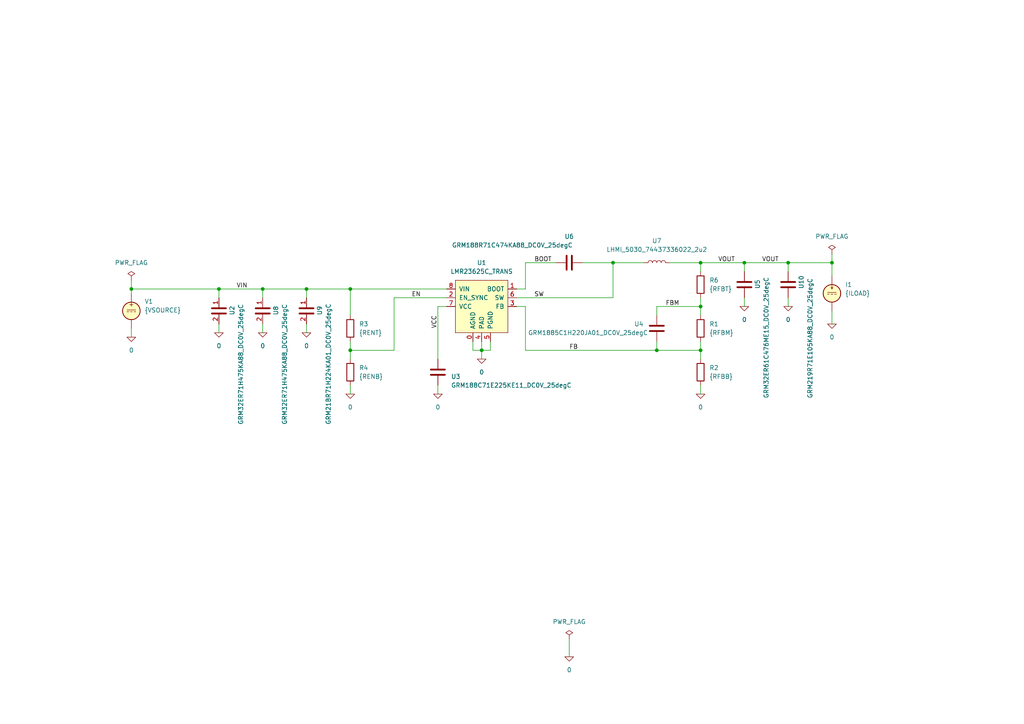
<source format=kicad_sch>
(kicad_sch
	(version 20231120)
	(generator "eeschema")
	(generator_version "8.0")
	(uuid "70aadc87-5fcd-4fae-8595-c39388239bd4")
	(paper "A4")
	(title_block
		(title "SIMPLE SWITCHER, 36V 2.5A Synchronous Step-Down Converter")
		(date "2024-12-03")
		(rev "2")
		(company "astroelectronic@")
		(comment 1 "-")
		(comment 2 "-")
		(comment 3 "-")
		(comment 4 "AE01007625")
	)
	(lib_symbols
		(symbol "C_1"
			(pin_names
				(offset 0.254) hide)
			(exclude_from_sim no)
			(in_bom yes)
			(on_board yes)
			(property "Reference" "C"
				(at 0.635 2.54 0)
				(effects
					(font
						(size 1.27 1.27)
					)
					(justify left)
				)
			)
			(property "Value" "C_1"
				(at 0.635 -2.54 0)
				(effects
					(font
						(size 1.27 1.27)
					)
					(justify left)
				)
			)
			(property "Footprint" ""
				(at 0.9652 -3.81 0)
				(effects
					(font
						(size 1.27 1.27)
					)
					(hide yes)
				)
			)
			(property "Datasheet" "~"
				(at 0 0 0)
				(effects
					(font
						(size 1.27 1.27)
					)
					(hide yes)
				)
			)
			(property "Description" "Unpolarized capacitor"
				(at 0 0 0)
				(effects
					(font
						(size 1.27 1.27)
					)
					(hide yes)
				)
			)
			(property "ki_keywords" "cap capacitor"
				(at 0 0 0)
				(effects
					(font
						(size 1.27 1.27)
					)
					(hide yes)
				)
			)
			(property "ki_fp_filters" "C_*"
				(at 0 0 0)
				(effects
					(font
						(size 1.27 1.27)
					)
					(hide yes)
				)
			)
			(symbol "C_1_0_1"
				(polyline
					(pts
						(xy -2.032 -0.762) (xy 2.032 -0.762)
					)
					(stroke
						(width 0.508)
						(type default)
					)
					(fill
						(type none)
					)
				)
				(polyline
					(pts
						(xy -2.032 0.762) (xy 2.032 0.762)
					)
					(stroke
						(width 0.508)
						(type default)
					)
					(fill
						(type none)
					)
				)
			)
			(symbol "C_1_1_1"
				(pin passive line
					(at 0 3.81 270)
					(length 2.794)
					(name "~"
						(effects
							(font
								(size 1.27 1.27)
							)
						)
					)
					(number "1"
						(effects
							(font
								(size 1.27 1.27)
							)
						)
					)
				)
				(pin passive line
					(at 0 -3.81 90)
					(length 2.794)
					(name "~"
						(effects
							(font
								(size 1.27 1.27)
							)
						)
					)
					(number "2"
						(effects
							(font
								(size 1.27 1.27)
							)
						)
					)
				)
			)
		)
		(symbol "LMR23625C:0"
			(power)
			(pin_names
				(offset 0)
			)
			(exclude_from_sim no)
			(in_bom yes)
			(on_board yes)
			(property "Reference" "#GND"
				(at 0 -2.54 0)
				(effects
					(font
						(size 1.27 1.27)
					)
					(hide yes)
				)
			)
			(property "Value" "0"
				(at 0 -1.778 0)
				(effects
					(font
						(size 1.27 1.27)
					)
				)
			)
			(property "Footprint" ""
				(at 0 0 0)
				(effects
					(font
						(size 1.27 1.27)
					)
					(hide yes)
				)
			)
			(property "Datasheet" "~"
				(at 0 0 0)
				(effects
					(font
						(size 1.27 1.27)
					)
					(hide yes)
				)
			)
			(property "Description" "0V reference potential for simulation"
				(at 0 0 0)
				(effects
					(font
						(size 1.27 1.27)
					)
					(hide yes)
				)
			)
			(property "ki_keywords" "simulation"
				(at 0 0 0)
				(effects
					(font
						(size 1.27 1.27)
					)
					(hide yes)
				)
			)
			(symbol "0_0_1"
				(polyline
					(pts
						(xy -1.27 0) (xy 0 -1.27) (xy 1.27 0) (xy -1.27 0)
					)
					(stroke
						(width 0)
						(type default)
					)
					(fill
						(type none)
					)
				)
			)
			(symbol "0_1_1"
				(pin power_in line
					(at 0 0 0)
					(length 0) hide
					(name "0"
						(effects
							(font
								(size 1.016 1.016)
							)
						)
					)
					(number "1"
						(effects
							(font
								(size 1.016 1.016)
							)
						)
					)
				)
			)
		)
		(symbol "LMR23625C:C"
			(pin_numbers hide)
			(pin_names
				(offset 0.254)
			)
			(exclude_from_sim no)
			(in_bom yes)
			(on_board yes)
			(property "Reference" "C"
				(at 0.635 2.54 0)
				(effects
					(font
						(size 1.27 1.27)
					)
					(justify left)
				)
			)
			(property "Value" "C"
				(at 0.635 -2.54 0)
				(effects
					(font
						(size 1.27 1.27)
					)
					(justify left)
				)
			)
			(property "Footprint" ""
				(at 0.9652 -3.81 0)
				(effects
					(font
						(size 1.27 1.27)
					)
					(hide yes)
				)
			)
			(property "Datasheet" "~"
				(at 0 0 0)
				(effects
					(font
						(size 1.27 1.27)
					)
					(hide yes)
				)
			)
			(property "Description" "Unpolarized capacitor"
				(at 0 0 0)
				(effects
					(font
						(size 1.27 1.27)
					)
					(hide yes)
				)
			)
			(property "ki_keywords" "cap capacitor"
				(at 0 0 0)
				(effects
					(font
						(size 1.27 1.27)
					)
					(hide yes)
				)
			)
			(property "ki_fp_filters" "C_*"
				(at 0 0 0)
				(effects
					(font
						(size 1.27 1.27)
					)
					(hide yes)
				)
			)
			(symbol "C_0_1"
				(polyline
					(pts
						(xy -2.032 -0.762) (xy 2.032 -0.762)
					)
					(stroke
						(width 0.508)
						(type default)
					)
					(fill
						(type none)
					)
				)
				(polyline
					(pts
						(xy -2.032 0.762) (xy 2.032 0.762)
					)
					(stroke
						(width 0.508)
						(type default)
					)
					(fill
						(type none)
					)
				)
			)
			(symbol "C_1_1"
				(pin passive line
					(at 0 3.81 270)
					(length 2.794)
					(name "~"
						(effects
							(font
								(size 1.27 1.27)
							)
						)
					)
					(number "1"
						(effects
							(font
								(size 1.27 1.27)
							)
						)
					)
				)
				(pin passive line
					(at 0 -3.81 90)
					(length 2.794)
					(name "~"
						(effects
							(font
								(size 1.27 1.27)
							)
						)
					)
					(number "2"
						(effects
							(font
								(size 1.27 1.27)
							)
						)
					)
				)
			)
		)
		(symbol "LMR23625C:IDC"
			(pin_numbers hide)
			(pin_names
				(offset 0.0254)
			)
			(exclude_from_sim no)
			(in_bom yes)
			(on_board yes)
			(property "Reference" "I"
				(at 2.54 2.54 0)
				(effects
					(font
						(size 1.27 1.27)
					)
					(justify left)
				)
			)
			(property "Value" "1"
				(at 2.54 0 0)
				(effects
					(font
						(size 1.27 1.27)
					)
					(justify left)
				)
			)
			(property "Footprint" ""
				(at 0 0 0)
				(effects
					(font
						(size 1.27 1.27)
					)
					(hide yes)
				)
			)
			(property "Datasheet" "~"
				(at 0 0 0)
				(effects
					(font
						(size 1.27 1.27)
					)
					(hide yes)
				)
			)
			(property "Description" "Current source, DC"
				(at 0 0 0)
				(effects
					(font
						(size 1.27 1.27)
					)
					(hide yes)
				)
			)
			(property "Sim.Pins" "1=+ 2=-"
				(at 0 0 0)
				(effects
					(font
						(size 1.27 1.27)
					)
					(hide yes)
				)
			)
			(property "Sim.Type" "DC"
				(at 0 0 0)
				(effects
					(font
						(size 1.27 1.27)
					)
					(hide yes)
				)
			)
			(property "Sim.Device" "I"
				(at 0 0 0)
				(effects
					(font
						(size 1.27 1.27)
					)
					(justify left)
					(hide yes)
				)
			)
			(property "Spice_Netlist_Enabled" "Y"
				(at 0 0 0)
				(effects
					(font
						(size 1.27 1.27)
					)
					(justify left)
					(hide yes)
				)
			)
			(property "ki_keywords" "simulation"
				(at 0 0 0)
				(effects
					(font
						(size 1.27 1.27)
					)
					(hide yes)
				)
			)
			(symbol "IDC_0_0"
				(polyline
					(pts
						(xy -1.27 0.254) (xy 1.27 0.254)
					)
					(stroke
						(width 0)
						(type default)
					)
					(fill
						(type none)
					)
				)
				(polyline
					(pts
						(xy -0.762 -0.254) (xy -1.27 -0.254)
					)
					(stroke
						(width 0)
						(type default)
					)
					(fill
						(type none)
					)
				)
				(polyline
					(pts
						(xy 0.254 -0.254) (xy -0.254 -0.254)
					)
					(stroke
						(width 0)
						(type default)
					)
					(fill
						(type none)
					)
				)
				(polyline
					(pts
						(xy 1.27 -0.254) (xy 0.762 -0.254)
					)
					(stroke
						(width 0)
						(type default)
					)
					(fill
						(type none)
					)
				)
			)
			(symbol "IDC_0_1"
				(polyline
					(pts
						(xy 0 1.27) (xy 0 2.286)
					)
					(stroke
						(width 0)
						(type default)
					)
					(fill
						(type none)
					)
				)
				(polyline
					(pts
						(xy -0.254 1.778) (xy 0 1.27) (xy 0.254 1.778)
					)
					(stroke
						(width 0)
						(type default)
					)
					(fill
						(type none)
					)
				)
				(circle
					(center 0 0)
					(radius 2.54)
					(stroke
						(width 0.254)
						(type default)
					)
					(fill
						(type background)
					)
				)
			)
			(symbol "IDC_1_1"
				(pin passive line
					(at 0 5.08 270)
					(length 2.54)
					(name "~"
						(effects
							(font
								(size 1.27 1.27)
							)
						)
					)
					(number "1"
						(effects
							(font
								(size 1.27 1.27)
							)
						)
					)
				)
				(pin passive line
					(at 0 -5.08 90)
					(length 2.54)
					(name "~"
						(effects
							(font
								(size 1.27 1.27)
							)
						)
					)
					(number "2"
						(effects
							(font
								(size 1.27 1.27)
							)
						)
					)
				)
			)
		)
		(symbol "LMR23625C:L"
			(pin_numbers hide)
			(pin_names
				(offset 1.016) hide)
			(exclude_from_sim no)
			(in_bom yes)
			(on_board yes)
			(property "Reference" "L"
				(at -1.27 0 90)
				(effects
					(font
						(size 1.27 1.27)
					)
				)
			)
			(property "Value" "L"
				(at 1.905 0 90)
				(effects
					(font
						(size 1.27 1.27)
					)
				)
			)
			(property "Footprint" ""
				(at 0 0 0)
				(effects
					(font
						(size 1.27 1.27)
					)
					(hide yes)
				)
			)
			(property "Datasheet" "~"
				(at 0 0 0)
				(effects
					(font
						(size 1.27 1.27)
					)
					(hide yes)
				)
			)
			(property "Description" "Inductor"
				(at 0 0 0)
				(effects
					(font
						(size 1.27 1.27)
					)
					(hide yes)
				)
			)
			(property "ki_keywords" "inductor choke coil reactor magnetic"
				(at 0 0 0)
				(effects
					(font
						(size 1.27 1.27)
					)
					(hide yes)
				)
			)
			(property "ki_fp_filters" "Choke_* *Coil* Inductor_* L_*"
				(at 0 0 0)
				(effects
					(font
						(size 1.27 1.27)
					)
					(hide yes)
				)
			)
			(symbol "L_0_1"
				(arc
					(start 0 -2.54)
					(mid 0.6323 -1.905)
					(end 0 -1.27)
					(stroke
						(width 0)
						(type default)
					)
					(fill
						(type none)
					)
				)
				(arc
					(start 0 -1.27)
					(mid 0.6323 -0.635)
					(end 0 0)
					(stroke
						(width 0)
						(type default)
					)
					(fill
						(type none)
					)
				)
				(arc
					(start 0 0)
					(mid 0.6323 0.635)
					(end 0 1.27)
					(stroke
						(width 0)
						(type default)
					)
					(fill
						(type none)
					)
				)
				(arc
					(start 0 1.27)
					(mid 0.6323 1.905)
					(end 0 2.54)
					(stroke
						(width 0)
						(type default)
					)
					(fill
						(type none)
					)
				)
			)
			(symbol "L_1_1"
				(pin passive line
					(at 0 3.81 270)
					(length 1.27)
					(name "1"
						(effects
							(font
								(size 1.27 1.27)
							)
						)
					)
					(number "1"
						(effects
							(font
								(size 1.27 1.27)
							)
						)
					)
				)
				(pin passive line
					(at 0 -3.81 90)
					(length 1.27)
					(name "2"
						(effects
							(font
								(size 1.27 1.27)
							)
						)
					)
					(number "2"
						(effects
							(font
								(size 1.27 1.27)
							)
						)
					)
				)
			)
		)
		(symbol "LMR23625C:LMR23625C"
			(pin_names
				(offset 1.016)
			)
			(exclude_from_sim no)
			(in_bom yes)
			(on_board yes)
			(property "Reference" "U"
				(at -7.62 10.16 0)
				(effects
					(font
						(size 1.27 1.27)
					)
					(justify left bottom)
				)
			)
			(property "Value" "LMR23625C"
				(at -7.62 7.62 0)
				(effects
					(font
						(size 1.27 1.27)
					)
					(justify left bottom)
				)
			)
			(property "Footprint" ""
				(at -7.62 5.08 0)
				(effects
					(font
						(size 1.27 1.27)
					)
					(justify left bottom)
					(hide yes)
				)
			)
			(property "Datasheet" "http://www.ti.com/product/lmr23625"
				(at 0 0 0)
				(effects
					(font
						(size 1.27 1.27)
					)
					(hide yes)
				)
			)
			(property "Description" ""
				(at 0 0 0)
				(effects
					(font
						(size 1.27 1.27)
					)
					(hide yes)
				)
			)
			(symbol "LMR23625C_0_1"
				(rectangle
					(start -7.62 7.62)
					(end 7.62 -7.62)
					(stroke
						(width 0)
						(type default)
					)
					(fill
						(type background)
					)
				)
			)
			(symbol "LMR23625C_1_1"
				(pin passive line
					(at -2.54 -10.16 90)
					(length 2.54)
					(name "AGND"
						(effects
							(font
								(size 1.27 1.27)
							)
						)
					)
					(number "0"
						(effects
							(font
								(size 1.27 1.27)
							)
						)
					)
				)
				(pin passive line
					(at 10.16 5.08 180)
					(length 2.54)
					(name "BOOT"
						(effects
							(font
								(size 1.27 1.27)
							)
						)
					)
					(number "1"
						(effects
							(font
								(size 1.27 1.27)
							)
						)
					)
				)
				(pin passive line
					(at -10.16 2.54 0)
					(length 2.54)
					(name "EN_SYNC"
						(effects
							(font
								(size 1.27 1.27)
							)
						)
					)
					(number "2"
						(effects
							(font
								(size 1.27 1.27)
							)
						)
					)
				)
				(pin passive line
					(at 10.16 0 180)
					(length 2.54)
					(name "FB"
						(effects
							(font
								(size 1.27 1.27)
							)
						)
					)
					(number "3"
						(effects
							(font
								(size 1.27 1.27)
							)
						)
					)
				)
				(pin passive line
					(at 0 -10.16 90)
					(length 2.54)
					(name "PAD"
						(effects
							(font
								(size 1.27 1.27)
							)
						)
					)
					(number "4"
						(effects
							(font
								(size 1.27 1.27)
							)
						)
					)
				)
				(pin passive line
					(at 2.54 -10.16 90)
					(length 2.54)
					(name "PGND"
						(effects
							(font
								(size 1.27 1.27)
							)
						)
					)
					(number "5"
						(effects
							(font
								(size 1.27 1.27)
							)
						)
					)
				)
				(pin passive line
					(at 10.16 2.54 180)
					(length 2.54)
					(name "SW"
						(effects
							(font
								(size 1.27 1.27)
							)
						)
					)
					(number "6"
						(effects
							(font
								(size 1.27 1.27)
							)
						)
					)
				)
				(pin passive line
					(at -10.16 0 0)
					(length 2.54)
					(name "VCC"
						(effects
							(font
								(size 1.27 1.27)
							)
						)
					)
					(number "7"
						(effects
							(font
								(size 1.27 1.27)
							)
						)
					)
				)
				(pin passive line
					(at -10.16 5.08 0)
					(length 2.54)
					(name "VIN"
						(effects
							(font
								(size 1.27 1.27)
							)
						)
					)
					(number "8"
						(effects
							(font
								(size 1.27 1.27)
							)
						)
					)
				)
			)
		)
		(symbol "LMR23625C:PWR_FLAG"
			(power)
			(pin_numbers hide)
			(pin_names
				(offset 0) hide)
			(exclude_from_sim no)
			(in_bom yes)
			(on_board yes)
			(property "Reference" "#FLG"
				(at 0 1.905 0)
				(effects
					(font
						(size 1.27 1.27)
					)
					(hide yes)
				)
			)
			(property "Value" "PWR_FLAG"
				(at 0 3.81 0)
				(effects
					(font
						(size 1.27 1.27)
					)
				)
			)
			(property "Footprint" ""
				(at 0 0 0)
				(effects
					(font
						(size 1.27 1.27)
					)
					(hide yes)
				)
			)
			(property "Datasheet" "~"
				(at 0 0 0)
				(effects
					(font
						(size 1.27 1.27)
					)
					(hide yes)
				)
			)
			(property "Description" "Special symbol for telling ERC where power comes from"
				(at 0 0 0)
				(effects
					(font
						(size 1.27 1.27)
					)
					(hide yes)
				)
			)
			(property "ki_keywords" "flag power"
				(at 0 0 0)
				(effects
					(font
						(size 1.27 1.27)
					)
					(hide yes)
				)
			)
			(symbol "PWR_FLAG_0_0"
				(pin power_out line
					(at 0 0 90)
					(length 0)
					(name "pwr"
						(effects
							(font
								(size 1.27 1.27)
							)
						)
					)
					(number "1"
						(effects
							(font
								(size 1.27 1.27)
							)
						)
					)
				)
			)
			(symbol "PWR_FLAG_0_1"
				(polyline
					(pts
						(xy 0 0) (xy 0 1.27) (xy -1.016 1.905) (xy 0 2.54) (xy 1.016 1.905) (xy 0 1.27)
					)
					(stroke
						(width 0)
						(type default)
					)
					(fill
						(type none)
					)
				)
			)
		)
		(symbol "LMR23625C:R"
			(pin_numbers hide)
			(pin_names
				(offset 0)
			)
			(exclude_from_sim no)
			(in_bom yes)
			(on_board yes)
			(property "Reference" "R"
				(at 2.032 0 90)
				(effects
					(font
						(size 1.27 1.27)
					)
				)
			)
			(property "Value" "R"
				(at 0 0 90)
				(effects
					(font
						(size 1.27 1.27)
					)
				)
			)
			(property "Footprint" ""
				(at -1.778 0 90)
				(effects
					(font
						(size 1.27 1.27)
					)
					(hide yes)
				)
			)
			(property "Datasheet" "~"
				(at 0 0 0)
				(effects
					(font
						(size 1.27 1.27)
					)
					(hide yes)
				)
			)
			(property "Description" "Resistor"
				(at 0 0 0)
				(effects
					(font
						(size 1.27 1.27)
					)
					(hide yes)
				)
			)
			(property "ki_keywords" "R res resistor"
				(at 0 0 0)
				(effects
					(font
						(size 1.27 1.27)
					)
					(hide yes)
				)
			)
			(property "ki_fp_filters" "R_*"
				(at 0 0 0)
				(effects
					(font
						(size 1.27 1.27)
					)
					(hide yes)
				)
			)
			(symbol "R_0_1"
				(rectangle
					(start -1.016 -2.54)
					(end 1.016 2.54)
					(stroke
						(width 0.254)
						(type default)
					)
					(fill
						(type none)
					)
				)
			)
			(symbol "R_1_1"
				(pin passive line
					(at 0 3.81 270)
					(length 1.27)
					(name "~"
						(effects
							(font
								(size 1.27 1.27)
							)
						)
					)
					(number "1"
						(effects
							(font
								(size 1.27 1.27)
							)
						)
					)
				)
				(pin passive line
					(at 0 -3.81 90)
					(length 1.27)
					(name "~"
						(effects
							(font
								(size 1.27 1.27)
							)
						)
					)
					(number "2"
						(effects
							(font
								(size 1.27 1.27)
							)
						)
					)
				)
			)
		)
		(symbol "LMR23625C:VDC"
			(pin_numbers hide)
			(pin_names
				(offset 0.0254)
			)
			(exclude_from_sim no)
			(in_bom yes)
			(on_board yes)
			(property "Reference" "V"
				(at 2.54 2.54 0)
				(effects
					(font
						(size 1.27 1.27)
					)
					(justify left)
				)
			)
			(property "Value" "1"
				(at 2.54 0 0)
				(effects
					(font
						(size 1.27 1.27)
					)
					(justify left)
				)
			)
			(property "Footprint" ""
				(at 0 0 0)
				(effects
					(font
						(size 1.27 1.27)
					)
					(hide yes)
				)
			)
			(property "Datasheet" "~"
				(at 0 0 0)
				(effects
					(font
						(size 1.27 1.27)
					)
					(hide yes)
				)
			)
			(property "Description" "Voltage source, DC"
				(at 0 0 0)
				(effects
					(font
						(size 1.27 1.27)
					)
					(hide yes)
				)
			)
			(property "Sim.Pins" "1=+ 2=-"
				(at 0 0 0)
				(effects
					(font
						(size 1.27 1.27)
					)
					(hide yes)
				)
			)
			(property "Sim.Type" "DC"
				(at 0 0 0)
				(effects
					(font
						(size 1.27 1.27)
					)
					(hide yes)
				)
			)
			(property "Sim.Device" "V"
				(at 0 0 0)
				(effects
					(font
						(size 1.27 1.27)
					)
					(justify left)
					(hide yes)
				)
			)
			(property "Spice_Netlist_Enabled" "Y"
				(at 0 0 0)
				(effects
					(font
						(size 1.27 1.27)
					)
					(justify left)
					(hide yes)
				)
			)
			(property "ki_keywords" "simulation"
				(at 0 0 0)
				(effects
					(font
						(size 1.27 1.27)
					)
					(hide yes)
				)
			)
			(symbol "VDC_0_0"
				(polyline
					(pts
						(xy -1.27 0.254) (xy 1.27 0.254)
					)
					(stroke
						(width 0)
						(type default)
					)
					(fill
						(type none)
					)
				)
				(polyline
					(pts
						(xy -0.762 -0.254) (xy -1.27 -0.254)
					)
					(stroke
						(width 0)
						(type default)
					)
					(fill
						(type none)
					)
				)
				(polyline
					(pts
						(xy 0.254 -0.254) (xy -0.254 -0.254)
					)
					(stroke
						(width 0)
						(type default)
					)
					(fill
						(type none)
					)
				)
				(polyline
					(pts
						(xy 1.27 -0.254) (xy 0.762 -0.254)
					)
					(stroke
						(width 0)
						(type default)
					)
					(fill
						(type none)
					)
				)
				(text "+"
					(at 0 1.905 0)
					(effects
						(font
							(size 1.27 1.27)
						)
					)
				)
			)
			(symbol "VDC_0_1"
				(circle
					(center 0 0)
					(radius 2.54)
					(stroke
						(width 0.254)
						(type default)
					)
					(fill
						(type background)
					)
				)
			)
			(symbol "VDC_1_1"
				(pin passive line
					(at 0 5.08 270)
					(length 2.54)
					(name "~"
						(effects
							(font
								(size 1.27 1.27)
							)
						)
					)
					(number "1"
						(effects
							(font
								(size 1.27 1.27)
							)
						)
					)
				)
				(pin passive line
					(at 0 -5.08 90)
					(length 2.54)
					(name "~"
						(effects
							(font
								(size 1.27 1.27)
							)
						)
					)
					(number "2"
						(effects
							(font
								(size 1.27 1.27)
							)
						)
					)
				)
			)
		)
	)
	(junction
		(at 139.7 101.6)
		(diameter 0)
		(color 0 0 0 0)
		(uuid "02927be0-203e-49ba-972e-0ca4a00c28ef")
	)
	(junction
		(at 241.3 76.2)
		(diameter 0)
		(color 0 0 0 0)
		(uuid "0da898d9-ea83-40ff-9875-1a9efbee3a69")
	)
	(junction
		(at 101.6 83.82)
		(diameter 0)
		(color 0 0 0 0)
		(uuid "170ed019-164d-4d85-a918-6409bfa83147")
	)
	(junction
		(at 203.2 76.2)
		(diameter 0)
		(color 0 0 0 0)
		(uuid "38b8a63c-8278-41f3-b853-8c94383130dd")
	)
	(junction
		(at 88.9 83.82)
		(diameter 0)
		(color 0 0 0 0)
		(uuid "39a3ca1c-49ab-47c7-a5f8-5e91a2c467fe")
	)
	(junction
		(at 177.8 76.2)
		(diameter 0)
		(color 0 0 0 0)
		(uuid "3df79d5f-e4f9-42ce-94e8-f9ac38059e46")
	)
	(junction
		(at 76.2 83.82)
		(diameter 0)
		(color 0 0 0 0)
		(uuid "6e6fd452-4815-46d9-9d91-709effe6eefd")
	)
	(junction
		(at 228.6 76.2)
		(diameter 0)
		(color 0 0 0 0)
		(uuid "806c8dcc-cbcf-4bc7-b82e-df9961841554")
	)
	(junction
		(at 101.6 101.6)
		(diameter 0)
		(color 0 0 0 0)
		(uuid "84d99560-788d-4d29-871c-417c337a6909")
	)
	(junction
		(at 203.2 101.6)
		(diameter 0)
		(color 0 0 0 0)
		(uuid "99a289d0-6b1f-418f-9551-a8817a9738ad")
	)
	(junction
		(at 203.2 88.9)
		(diameter 0)
		(color 0 0 0 0)
		(uuid "b3797bbc-c39f-4a4f-b8b4-a86c55a2eee3")
	)
	(junction
		(at 63.5 83.82)
		(diameter 0)
		(color 0 0 0 0)
		(uuid "d3cd5be2-5ade-49ad-96f1-bf549fdb9f88")
	)
	(junction
		(at 38.1 83.82)
		(diameter 0)
		(color 0 0 0 0)
		(uuid "d515a776-5e84-4d23-bc00-66fb2e46ef03")
	)
	(junction
		(at 190.5 101.6)
		(diameter 0)
		(color 0 0 0 0)
		(uuid "f2bb6ee3-29cf-4203-86c9-d0bd4bd48d35")
	)
	(junction
		(at 215.9 76.2)
		(diameter 0)
		(color 0 0 0 0)
		(uuid "f8b4e75a-0bd0-4b9b-bbd9-feb83b97454f")
	)
	(wire
		(pts
			(xy 177.8 76.2) (xy 168.91 76.2)
		)
		(stroke
			(width 0)
			(type default)
		)
		(uuid "00062350-122e-4a80-8e98-2639d3bb015d")
	)
	(wire
		(pts
			(xy 177.8 86.36) (xy 177.8 76.2)
		)
		(stroke
			(width 0)
			(type default)
		)
		(uuid "018d1943-058a-4e63-9c84-0123f48b9c43")
	)
	(wire
		(pts
			(xy 38.1 95.25) (xy 38.1 97.79)
		)
		(stroke
			(width 0)
			(type default)
		)
		(uuid "04c841d4-c3eb-4c56-b5fb-e5f62599ff1f")
	)
	(wire
		(pts
			(xy 241.3 90.17) (xy 241.3 93.98)
		)
		(stroke
			(width 0)
			(type default)
		)
		(uuid "05c07299-9d9e-4d24-bf49-a1723804cab3")
	)
	(wire
		(pts
			(xy 190.5 88.9) (xy 203.2 88.9)
		)
		(stroke
			(width 0)
			(type default)
		)
		(uuid "0866f39d-77c6-4d19-bf99-fb34fef56809")
	)
	(wire
		(pts
			(xy 241.3 76.2) (xy 241.3 80.01)
		)
		(stroke
			(width 0)
			(type default)
		)
		(uuid "0a31fc47-00d9-480e-b25b-5583339b8817")
	)
	(wire
		(pts
			(xy 203.2 101.6) (xy 190.5 101.6)
		)
		(stroke
			(width 0)
			(type default)
		)
		(uuid "0cfeed17-5734-4cc4-b384-8c4e4de82eec")
	)
	(wire
		(pts
			(xy 228.6 76.2) (xy 228.6 78.74)
		)
		(stroke
			(width 0)
			(type default)
		)
		(uuid "0fb933d9-4f88-484f-b872-f0c7342d1dda")
	)
	(wire
		(pts
			(xy 203.2 111.76) (xy 203.2 114.3)
		)
		(stroke
			(width 0)
			(type default)
		)
		(uuid "13f224a6-0c0e-49fb-89c9-91de1e0a9d16")
	)
	(wire
		(pts
			(xy 63.5 93.98) (xy 63.5 96.52)
		)
		(stroke
			(width 0)
			(type default)
		)
		(uuid "15226392-ff0f-4dd2-a0ed-fe508b70be00")
	)
	(wire
		(pts
			(xy 101.6 111.76) (xy 101.6 114.3)
		)
		(stroke
			(width 0)
			(type default)
		)
		(uuid "1ccb78c6-ec0a-4f55-8be4-53df99209135")
	)
	(wire
		(pts
			(xy 114.3 86.36) (xy 129.54 86.36)
		)
		(stroke
			(width 0)
			(type default)
		)
		(uuid "1f40f3c4-93e6-4ab7-8fa7-6302f48db9c1")
	)
	(wire
		(pts
			(xy 101.6 101.6) (xy 114.3 101.6)
		)
		(stroke
			(width 0)
			(type default)
		)
		(uuid "20298f7a-9853-4efd-829d-35d2b9039a55")
	)
	(wire
		(pts
			(xy 139.7 101.6) (xy 139.7 104.14)
		)
		(stroke
			(width 0)
			(type default)
		)
		(uuid "2740b931-085d-476e-ae86-58fcc13608f0")
	)
	(wire
		(pts
			(xy 139.7 99.06) (xy 139.7 101.6)
		)
		(stroke
			(width 0)
			(type default)
		)
		(uuid "32ebd05f-40c5-4456-aa33-928ee2d1a33f")
	)
	(wire
		(pts
			(xy 38.1 85.09) (xy 38.1 83.82)
		)
		(stroke
			(width 0)
			(type default)
		)
		(uuid "368328bd-bd7e-46e1-b031-54338972f172")
	)
	(wire
		(pts
			(xy 215.9 78.74) (xy 215.9 76.2)
		)
		(stroke
			(width 0)
			(type default)
		)
		(uuid "44972ff0-df54-4033-ba22-6adfdb39ead4")
	)
	(wire
		(pts
			(xy 215.9 86.36) (xy 215.9 88.9)
		)
		(stroke
			(width 0)
			(type default)
		)
		(uuid "4641b242-b58a-4f08-a23e-505ecab8c99a")
	)
	(wire
		(pts
			(xy 190.5 101.6) (xy 190.5 99.06)
		)
		(stroke
			(width 0)
			(type default)
		)
		(uuid "4771bae8-0c59-4fa8-94ce-0f11b7d1ce16")
	)
	(wire
		(pts
			(xy 203.2 101.6) (xy 203.2 104.14)
		)
		(stroke
			(width 0)
			(type default)
		)
		(uuid "53535182-f0d6-4611-a6c2-ccd18a480d28")
	)
	(wire
		(pts
			(xy 203.2 99.06) (xy 203.2 101.6)
		)
		(stroke
			(width 0)
			(type default)
		)
		(uuid "56ca2209-f3c9-448f-8c48-71d01b588d56")
	)
	(wire
		(pts
			(xy 76.2 83.82) (xy 76.2 86.36)
		)
		(stroke
			(width 0)
			(type default)
		)
		(uuid "5bff56c0-3863-41bb-a875-558c20d1a0f6")
	)
	(wire
		(pts
			(xy 241.3 73.66) (xy 241.3 76.2)
		)
		(stroke
			(width 0)
			(type default)
		)
		(uuid "606c5e1c-6a39-48a2-95c6-4517ded9a5e5")
	)
	(wire
		(pts
			(xy 38.1 81.28) (xy 38.1 83.82)
		)
		(stroke
			(width 0)
			(type default)
		)
		(uuid "60db5295-18db-458d-b16a-60d68f3d6e0a")
	)
	(wire
		(pts
			(xy 139.7 101.6) (xy 142.24 101.6)
		)
		(stroke
			(width 0)
			(type default)
		)
		(uuid "65cbd8dc-fdf6-428b-a02b-617fb3929150")
	)
	(wire
		(pts
			(xy 142.24 101.6) (xy 142.24 99.06)
		)
		(stroke
			(width 0)
			(type default)
		)
		(uuid "66b88af3-b3d7-4f08-a685-2205b504d5fb")
	)
	(wire
		(pts
			(xy 228.6 76.2) (xy 241.3 76.2)
		)
		(stroke
			(width 0)
			(type default)
		)
		(uuid "69842359-67ad-4b28-8089-67616773908c")
	)
	(wire
		(pts
			(xy 101.6 99.06) (xy 101.6 101.6)
		)
		(stroke
			(width 0)
			(type default)
		)
		(uuid "69cbf618-f0ff-4428-a337-4636ee999e84")
	)
	(wire
		(pts
			(xy 152.4 83.82) (xy 152.4 76.2)
		)
		(stroke
			(width 0)
			(type default)
		)
		(uuid "75c71377-3f21-47aa-b7e7-be29256fe848")
	)
	(wire
		(pts
			(xy 149.86 83.82) (xy 152.4 83.82)
		)
		(stroke
			(width 0)
			(type default)
		)
		(uuid "7ab94980-6065-49d8-be77-b079c680d656")
	)
	(wire
		(pts
			(xy 127 88.9) (xy 129.54 88.9)
		)
		(stroke
			(width 0)
			(type default)
		)
		(uuid "7c49ff0a-0827-415c-afb2-0d3084a59dcb")
	)
	(wire
		(pts
			(xy 190.5 91.44) (xy 190.5 88.9)
		)
		(stroke
			(width 0)
			(type default)
		)
		(uuid "7e9d9a39-c89c-4cb8-a547-dd0257334b67")
	)
	(wire
		(pts
			(xy 88.9 93.98) (xy 88.9 96.52)
		)
		(stroke
			(width 0)
			(type default)
		)
		(uuid "85614e27-d8c6-460b-9f7d-be6e23d8eeb1")
	)
	(wire
		(pts
			(xy 203.2 88.9) (xy 203.2 91.44)
		)
		(stroke
			(width 0)
			(type default)
		)
		(uuid "8a175830-bf61-4e89-82ce-1e75741c3787")
	)
	(wire
		(pts
			(xy 114.3 86.36) (xy 114.3 101.6)
		)
		(stroke
			(width 0)
			(type default)
		)
		(uuid "8abae874-089c-45ca-a7df-a25791512213")
	)
	(wire
		(pts
			(xy 203.2 76.2) (xy 215.9 76.2)
		)
		(stroke
			(width 0)
			(type default)
		)
		(uuid "90d074a9-a01d-4370-acc6-470f4232d661")
	)
	(wire
		(pts
			(xy 101.6 83.82) (xy 129.54 83.82)
		)
		(stroke
			(width 0)
			(type default)
		)
		(uuid "92a79935-9ed8-4bc8-bd10-7f9c5827eab8")
	)
	(wire
		(pts
			(xy 63.5 83.82) (xy 63.5 86.36)
		)
		(stroke
			(width 0)
			(type default)
		)
		(uuid "9cbbfb9a-6e7a-4fa2-9334-48b48bfbbbef")
	)
	(wire
		(pts
			(xy 228.6 86.36) (xy 228.6 88.9)
		)
		(stroke
			(width 0)
			(type default)
		)
		(uuid "9d939b0a-045a-493f-94f9-84ddb117fd0f")
	)
	(wire
		(pts
			(xy 215.9 76.2) (xy 228.6 76.2)
		)
		(stroke
			(width 0)
			(type default)
		)
		(uuid "a097f39f-6736-4f6a-8876-880850684daa")
	)
	(wire
		(pts
			(xy 177.8 76.2) (xy 186.69 76.2)
		)
		(stroke
			(width 0)
			(type default)
		)
		(uuid "a1f3b3e6-e8b7-4e43-a2c4-c44044ae3773")
	)
	(wire
		(pts
			(xy 137.16 101.6) (xy 139.7 101.6)
		)
		(stroke
			(width 0)
			(type default)
		)
		(uuid "a84ad022-275d-42aa-88f0-66e833a2f2b0")
	)
	(wire
		(pts
			(xy 76.2 93.98) (xy 76.2 96.52)
		)
		(stroke
			(width 0)
			(type default)
		)
		(uuid "a8c468e4-adae-49d8-87db-cf2a28dffae8")
	)
	(wire
		(pts
			(xy 63.5 83.82) (xy 76.2 83.82)
		)
		(stroke
			(width 0)
			(type default)
		)
		(uuid "aae0cf2f-b300-4305-8b49-fd9b5c0df02e")
	)
	(wire
		(pts
			(xy 101.6 83.82) (xy 101.6 91.44)
		)
		(stroke
			(width 0)
			(type default)
		)
		(uuid "aeba9765-0e03-4fcc-95fd-a04562abd35a")
	)
	(wire
		(pts
			(xy 203.2 86.36) (xy 203.2 88.9)
		)
		(stroke
			(width 0)
			(type default)
		)
		(uuid "aeeb8fb8-6966-4bff-9d43-8897d62a8141")
	)
	(wire
		(pts
			(xy 88.9 83.82) (xy 101.6 83.82)
		)
		(stroke
			(width 0)
			(type default)
		)
		(uuid "b69bb667-d411-448f-99f8-16098ec6b2f2")
	)
	(wire
		(pts
			(xy 203.2 76.2) (xy 203.2 78.74)
		)
		(stroke
			(width 0)
			(type default)
		)
		(uuid "b719598e-3557-4764-9eab-d189241e73be")
	)
	(wire
		(pts
			(xy 38.1 83.82) (xy 63.5 83.82)
		)
		(stroke
			(width 0)
			(type default)
		)
		(uuid "be61021b-322c-40cc-bb1b-c306292bbe9c")
	)
	(wire
		(pts
			(xy 101.6 101.6) (xy 101.6 104.14)
		)
		(stroke
			(width 0)
			(type default)
		)
		(uuid "c05dcd7d-1de2-4686-8974-e4ecd9b1359e")
	)
	(wire
		(pts
			(xy 165.1 185.42) (xy 165.1 190.5)
		)
		(stroke
			(width 0)
			(type default)
		)
		(uuid "cef9cb63-ec5f-4ec3-a9a7-42ef46f3982f")
	)
	(wire
		(pts
			(xy 194.31 76.2) (xy 203.2 76.2)
		)
		(stroke
			(width 0)
			(type default)
		)
		(uuid "d13d5b15-221b-42c8-a036-7179932aa681")
	)
	(wire
		(pts
			(xy 152.4 76.2) (xy 161.29 76.2)
		)
		(stroke
			(width 0)
			(type default)
		)
		(uuid "d2b2c94d-c8fe-469d-be36-cceee633f891")
	)
	(wire
		(pts
			(xy 190.5 101.6) (xy 152.4 101.6)
		)
		(stroke
			(width 0)
			(type default)
		)
		(uuid "d5fea446-5790-4186-a296-47407f3b0448")
	)
	(wire
		(pts
			(xy 88.9 83.82) (xy 88.9 86.36)
		)
		(stroke
			(width 0)
			(type default)
		)
		(uuid "d7e934dd-134e-4346-ae57-a5bd0eb42370")
	)
	(wire
		(pts
			(xy 127 88.9) (xy 127 104.14)
		)
		(stroke
			(width 0)
			(type default)
		)
		(uuid "dcc9b8be-d03e-44e7-9b4b-41c77cbeccad")
	)
	(wire
		(pts
			(xy 152.4 101.6) (xy 152.4 88.9)
		)
		(stroke
			(width 0)
			(type default)
		)
		(uuid "e35b20ab-3546-4a55-8154-c2e10fdf08fa")
	)
	(wire
		(pts
			(xy 137.16 99.06) (xy 137.16 101.6)
		)
		(stroke
			(width 0)
			(type default)
		)
		(uuid "e4c5a75e-d614-4480-8025-779a731f2842")
	)
	(wire
		(pts
			(xy 127 111.76) (xy 127 114.3)
		)
		(stroke
			(width 0)
			(type default)
		)
		(uuid "e7c2d754-de26-47eb-b3f4-6cc4f69c9804")
	)
	(wire
		(pts
			(xy 76.2 83.82) (xy 88.9 83.82)
		)
		(stroke
			(width 0)
			(type default)
		)
		(uuid "e7c3d969-9cf3-47ec-9af4-b5633f921cb8")
	)
	(wire
		(pts
			(xy 152.4 88.9) (xy 149.86 88.9)
		)
		(stroke
			(width 0)
			(type default)
		)
		(uuid "fc5a20a3-b619-4769-9f97-b94ba3155ba1")
	)
	(wire
		(pts
			(xy 149.86 86.36) (xy 177.8 86.36)
		)
		(stroke
			(width 0)
			(type default)
		)
		(uuid "ff025ade-f276-415f-9e4b-b475f6fb7a24")
	)
	(label "VCC"
		(at 127 95.25 90)
		(fields_autoplaced yes)
		(effects
			(font
				(size 1.27 1.27)
			)
			(justify left bottom)
		)
		(uuid "0329584a-b7e5-4328-9996-5d689e6a3047")
	)
	(label "VOUT"
		(at 220.98 76.2 0)
		(fields_autoplaced yes)
		(effects
			(font
				(size 1.27 1.27)
			)
			(justify left bottom)
		)
		(uuid "121bd7e6-1d75-4707-815f-c5a3a5cbf8f4")
	)
	(label "VIN"
		(at 68.58 83.82 0)
		(fields_autoplaced yes)
		(effects
			(font
				(size 1.27 1.27)
			)
			(justify left bottom)
		)
		(uuid "5ac8f08d-154d-4b64-bc2b-42b1365cea0a")
	)
	(label "BOOT"
		(at 154.94 76.2 0)
		(fields_autoplaced yes)
		(effects
			(font
				(size 1.27 1.27)
			)
			(justify left bottom)
		)
		(uuid "5e9304c3-9f96-40e5-aa43-df2f4fdb617a")
	)
	(label "EN"
		(at 119.38 86.36 0)
		(fields_autoplaced yes)
		(effects
			(font
				(size 1.27 1.27)
			)
			(justify left bottom)
		)
		(uuid "85562839-7c3e-49f6-9347-e3be8587e2ff")
	)
	(label "FB"
		(at 165.1 101.6 0)
		(fields_autoplaced yes)
		(effects
			(font
				(size 1.27 1.27)
			)
			(justify left bottom)
		)
		(uuid "a817c2d8-acdd-4034-ba1d-6a9a4e58b4b0")
	)
	(label "FBM"
		(at 193.04 88.9 0)
		(fields_autoplaced yes)
		(effects
			(font
				(size 1.27 1.27)
			)
			(justify left bottom)
		)
		(uuid "b8f8f2c0-756e-4f5b-86dc-bcd229670967")
	)
	(label "SW"
		(at 154.94 86.36 0)
		(fields_autoplaced yes)
		(effects
			(font
				(size 1.27 1.27)
			)
			(justify left bottom)
		)
		(uuid "c9cadf6c-18df-41b0-ac4a-bbd06abc83ea")
	)
	(label "VOUT"
		(at 208.28 76.2 0)
		(fields_autoplaced yes)
		(effects
			(font
				(size 1.27 1.27)
			)
			(justify left bottom)
		)
		(uuid "d69d68f4-662b-4cf6-b87d-e2fe2a99b2d3")
	)
	(symbol
		(lib_name "C_1")
		(lib_id "LMR23625C:C_1")
		(at 76.2 90.17 0)
		(unit 1)
		(exclude_from_sim no)
		(in_bom yes)
		(on_board yes)
		(dnp no)
		(uuid "054a3545-7955-47e4-b52a-391ce276bd76")
		(property "Reference" "U8"
			(at 80.01 91.44 90)
			(effects
				(font
					(size 1.27 1.27)
				)
				(justify left)
			)
		)
		(property "Value" "GRM32ER71H475KA88_DC0V_25degC"
			(at 82.55 123.19 90)
			(effects
				(font
					(size 1.27 1.27)
				)
				(justify left)
			)
		)
		(property "Footprint" ""
			(at 77.1652 93.98 0)
			(effects
				(font
					(size 1.27 1.27)
				)
				(hide yes)
			)
		)
		(property "Datasheet" "~"
			(at 76.2 90.17 0)
			(effects
				(font
					(size 1.27 1.27)
				)
				(hide yes)
			)
		)
		(property "Description" ""
			(at 76.2 90.17 0)
			(effects
				(font
					(size 1.27 1.27)
				)
				(hide yes)
			)
		)
		(property "Sim.Device" "SUBCKT"
			(at 76.2 90.17 0)
			(effects
				(font
					(size 1.27 1.27)
				)
				(hide yes)
			)
		)
		(property "Sim.Pins" "1=port1 2=port2"
			(at 0 0 0)
			(effects
				(font
					(size 1.27 1.27)
				)
				(hide yes)
			)
		)
		(property "Sim.Library" "_models\\GRM32ER71H475KA88_DC0V_25degC.mod"
			(at 76.2 90.17 0)
			(effects
				(font
					(size 1.27 1.27)
				)
				(hide yes)
			)
		)
		(property "Sim.Name" "GRM32ER71H475KA88_DC0V_25degC"
			(at 76.2 90.17 0)
			(effects
				(font
					(size 1.27 1.27)
				)
				(hide yes)
			)
		)
		(pin "1"
			(uuid "66c334c6-39ca-47f1-b851-1765c6b63e8d")
		)
		(pin "2"
			(uuid "0c7b12e9-cf73-4561-8278-d049e19a4a68")
		)
		(instances
			(project "LMR23625C"
				(path "/70aadc87-5fcd-4fae-8595-c39388239bd4"
					(reference "U8")
					(unit 1)
				)
			)
		)
	)
	(symbol
		(lib_id "LMR23625C:0")
		(at 139.7 104.14 0)
		(unit 1)
		(exclude_from_sim no)
		(in_bom yes)
		(on_board yes)
		(dnp no)
		(fields_autoplaced yes)
		(uuid "0677d604-f7bd-47aa-bb82-862a796add74")
		(property "Reference" "#GND04"
			(at 139.7 106.68 0)
			(effects
				(font
					(size 1.27 1.27)
				)
				(hide yes)
			)
		)
		(property "Value" "0"
			(at 139.7 107.95 0)
			(effects
				(font
					(size 1.27 1.27)
				)
			)
		)
		(property "Footprint" ""
			(at 139.7 104.14 0)
			(effects
				(font
					(size 1.27 1.27)
				)
				(hide yes)
			)
		)
		(property "Datasheet" "~"
			(at 139.7 104.14 0)
			(effects
				(font
					(size 1.27 1.27)
				)
				(hide yes)
			)
		)
		(property "Description" ""
			(at 139.7 104.14 0)
			(effects
				(font
					(size 1.27 1.27)
				)
				(hide yes)
			)
		)
		(pin "1"
			(uuid "22cb67bc-0c62-423d-89f6-396190fae3d5")
		)
		(instances
			(project "LMR23625C"
				(path "/70aadc87-5fcd-4fae-8595-c39388239bd4"
					(reference "#GND04")
					(unit 1)
				)
			)
		)
	)
	(symbol
		(lib_id "LMR23625C:C")
		(at 165.1 76.2 90)
		(unit 1)
		(exclude_from_sim no)
		(in_bom yes)
		(on_board yes)
		(dnp no)
		(uuid "10287797-7391-43ed-b7fa-8d7f1b488fb2")
		(property "Reference" "U6"
			(at 165.1 68.58 90)
			(effects
				(font
					(size 1.27 1.27)
				)
			)
		)
		(property "Value" "GRM188R71C474KA88_DC0V_25degC"
			(at 148.59 71.12 90)
			(effects
				(font
					(size 1.27 1.27)
				)
			)
		)
		(property "Footprint" ""
			(at 168.91 75.2348 0)
			(effects
				(font
					(size 1.27 1.27)
				)
				(hide yes)
			)
		)
		(property "Datasheet" "~"
			(at 165.1 76.2 0)
			(effects
				(font
					(size 1.27 1.27)
				)
				(hide yes)
			)
		)
		(property "Description" ""
			(at 165.1 76.2 0)
			(effects
				(font
					(size 1.27 1.27)
				)
				(hide yes)
			)
		)
		(property "Sim.Device" "SUBCKT"
			(at 165.1 76.2 0)
			(effects
				(font
					(size 1.27 1.27)
				)
				(hide yes)
			)
		)
		(property "Sim.Pins" "1=port1 2=port2"
			(at 0 0 0)
			(effects
				(font
					(size 1.27 1.27)
				)
				(hide yes)
			)
		)
		(property "Sim.Library" "_models\\GRM188R71C474KA88_DC0V_25degC.mod"
			(at 165.1 76.2 0)
			(effects
				(font
					(size 1.27 1.27)
				)
				(hide yes)
			)
		)
		(property "Sim.Name" "GRM188R71C474KA88_DC0V_25degC"
			(at 165.1 76.2 0)
			(effects
				(font
					(size 1.27 1.27)
				)
				(hide yes)
			)
		)
		(pin "1"
			(uuid "969e1542-16d4-4394-8f11-cef02bbfcc1e")
		)
		(pin "2"
			(uuid "26e23ac8-adb6-4053-bbab-acb89e28c5e7")
		)
		(instances
			(project "LMR23625C"
				(path "/70aadc87-5fcd-4fae-8595-c39388239bd4"
					(reference "U6")
					(unit 1)
				)
			)
		)
	)
	(symbol
		(lib_id "LMR23625C:0")
		(at 63.5 96.52 0)
		(unit 1)
		(exclude_from_sim no)
		(in_bom yes)
		(on_board yes)
		(dnp no)
		(fields_autoplaced yes)
		(uuid "15c8b438-3152-44ee-bba3-0e64d92652a5")
		(property "Reference" "#GND02"
			(at 63.5 99.06 0)
			(effects
				(font
					(size 1.27 1.27)
				)
				(hide yes)
			)
		)
		(property "Value" "0"
			(at 63.5 100.33 0)
			(effects
				(font
					(size 1.27 1.27)
				)
			)
		)
		(property "Footprint" ""
			(at 63.5 96.52 0)
			(effects
				(font
					(size 1.27 1.27)
				)
				(hide yes)
			)
		)
		(property "Datasheet" "~"
			(at 63.5 96.52 0)
			(effects
				(font
					(size 1.27 1.27)
				)
				(hide yes)
			)
		)
		(property "Description" ""
			(at 63.5 96.52 0)
			(effects
				(font
					(size 1.27 1.27)
				)
				(hide yes)
			)
		)
		(pin "1"
			(uuid "13312c21-838f-437c-8236-76fea92a4f68")
		)
		(instances
			(project "LMR23625C"
				(path "/70aadc87-5fcd-4fae-8595-c39388239bd4"
					(reference "#GND02")
					(unit 1)
				)
			)
		)
	)
	(symbol
		(lib_id "LMR23625C:C")
		(at 190.5 95.25 0)
		(mirror x)
		(unit 1)
		(exclude_from_sim no)
		(in_bom yes)
		(on_board yes)
		(dnp no)
		(uuid "16a8be07-bbd4-470d-95c9-1f1ee31ca5a0")
		(property "Reference" "U4"
			(at 186.69 93.9799 0)
			(effects
				(font
					(size 1.27 1.27)
				)
				(justify right)
			)
		)
		(property "Value" "GRM1885C1H220JA01_DC0V_25degC"
			(at 187.96 96.52 0)
			(effects
				(font
					(size 1.27 1.27)
				)
				(justify right)
			)
		)
		(property "Footprint" ""
			(at 191.4652 91.44 0)
			(effects
				(font
					(size 1.27 1.27)
				)
				(hide yes)
			)
		)
		(property "Datasheet" "~"
			(at 190.5 95.25 0)
			(effects
				(font
					(size 1.27 1.27)
				)
				(hide yes)
			)
		)
		(property "Description" ""
			(at 190.5 95.25 0)
			(effects
				(font
					(size 1.27 1.27)
				)
				(hide yes)
			)
		)
		(property "Sim.Device" "SUBCKT"
			(at 190.5 95.25 0)
			(effects
				(font
					(size 1.27 1.27)
				)
				(hide yes)
			)
		)
		(property "Sim.Pins" "1=port1 2=port2"
			(at 0 0 0)
			(effects
				(font
					(size 1.27 1.27)
				)
				(hide yes)
			)
		)
		(property "Sim.Library" "_models\\GRM1885C1H220JA01_DC0V_25degC.mod"
			(at 190.5 95.25 0)
			(effects
				(font
					(size 1.27 1.27)
				)
				(hide yes)
			)
		)
		(property "Sim.Name" "GRM1885C1H220JA01_DC0V_25degC"
			(at 190.5 95.25 0)
			(effects
				(font
					(size 1.27 1.27)
				)
				(hide yes)
			)
		)
		(pin "1"
			(uuid "bd77e518-2187-49c2-8f42-7da078c1b1e6")
		)
		(pin "2"
			(uuid "e1ac31dc-c282-453e-a343-4aafbfbec20a")
		)
		(instances
			(project "LMR23625C"
				(path "/70aadc87-5fcd-4fae-8595-c39388239bd4"
					(reference "U4")
					(unit 1)
				)
			)
		)
	)
	(symbol
		(lib_id "LMR23625C:0")
		(at 165.1 190.5 0)
		(unit 1)
		(exclude_from_sim no)
		(in_bom yes)
		(on_board yes)
		(dnp no)
		(fields_autoplaced yes)
		(uuid "2816fb66-a25b-4486-bd31-1db0b89a048e")
		(property "Reference" "#GND05"
			(at 165.1 193.04 0)
			(effects
				(font
					(size 1.27 1.27)
				)
				(hide yes)
			)
		)
		(property "Value" "0"
			(at 165.1 194.31 0)
			(effects
				(font
					(size 1.27 1.27)
				)
			)
		)
		(property "Footprint" ""
			(at 165.1 190.5 0)
			(effects
				(font
					(size 1.27 1.27)
				)
				(hide yes)
			)
		)
		(property "Datasheet" "~"
			(at 165.1 190.5 0)
			(effects
				(font
					(size 1.27 1.27)
				)
				(hide yes)
			)
		)
		(property "Description" ""
			(at 165.1 190.5 0)
			(effects
				(font
					(size 1.27 1.27)
				)
				(hide yes)
			)
		)
		(pin "1"
			(uuid "c58ec57d-3c5f-4797-90f1-0cf3957fa7cd")
		)
		(instances
			(project "LMR23625C"
				(path "/70aadc87-5fcd-4fae-8595-c39388239bd4"
					(reference "#GND05")
					(unit 1)
				)
			)
		)
	)
	(symbol
		(lib_name "C_1")
		(lib_id "LMR23625C:C_1")
		(at 88.9 90.17 0)
		(unit 1)
		(exclude_from_sim no)
		(in_bom yes)
		(on_board yes)
		(dnp no)
		(uuid "2973f2bd-724a-4fea-a8ba-b80460bbdaad")
		(property "Reference" "U9"
			(at 92.71 91.44 90)
			(effects
				(font
					(size 1.27 1.27)
				)
				(justify left)
			)
		)
		(property "Value" "GRM21BR71H224KA01_DC0V_25degC"
			(at 95.25 123.19 90)
			(effects
				(font
					(size 1.27 1.27)
				)
				(justify left)
			)
		)
		(property "Footprint" ""
			(at 89.8652 93.98 0)
			(effects
				(font
					(size 1.27 1.27)
				)
				(hide yes)
			)
		)
		(property "Datasheet" "~"
			(at 88.9 90.17 0)
			(effects
				(font
					(size 1.27 1.27)
				)
				(hide yes)
			)
		)
		(property "Description" ""
			(at 88.9 90.17 0)
			(effects
				(font
					(size 1.27 1.27)
				)
				(hide yes)
			)
		)
		(property "Sim.Device" "SUBCKT"
			(at 88.9 90.17 0)
			(effects
				(font
					(size 1.27 1.27)
				)
				(hide yes)
			)
		)
		(property "Sim.Pins" "1=port1 2=port2"
			(at 0 0 0)
			(effects
				(font
					(size 1.27 1.27)
				)
				(hide yes)
			)
		)
		(property "Sim.Library" "_models\\GRM21BR71H224KA01_DC0V_25degC.mod"
			(at 88.9 90.17 0)
			(effects
				(font
					(size 1.27 1.27)
				)
				(hide yes)
			)
		)
		(property "Sim.Name" "GRM21BR71H224KA01_DC0V_25degC"
			(at 88.9 90.17 0)
			(effects
				(font
					(size 1.27 1.27)
				)
				(hide yes)
			)
		)
		(pin "1"
			(uuid "215b318b-11e6-4258-861d-fd9b1688f82e")
		)
		(pin "2"
			(uuid "c839dc70-a578-4177-bcee-3e0100398e71")
		)
		(instances
			(project "LMR23625C"
				(path "/70aadc87-5fcd-4fae-8595-c39388239bd4"
					(reference "U9")
					(unit 1)
				)
			)
		)
	)
	(symbol
		(lib_id "LMR23625C:0")
		(at 76.2 96.52 0)
		(unit 1)
		(exclude_from_sim no)
		(in_bom yes)
		(on_board yes)
		(dnp no)
		(fields_autoplaced yes)
		(uuid "299fc44b-8187-477e-9bb5-78e5360a6f35")
		(property "Reference" "#GND09"
			(at 76.2 99.06 0)
			(effects
				(font
					(size 1.27 1.27)
				)
				(hide yes)
			)
		)
		(property "Value" "0"
			(at 76.2 100.33 0)
			(effects
				(font
					(size 1.27 1.27)
				)
			)
		)
		(property "Footprint" ""
			(at 76.2 96.52 0)
			(effects
				(font
					(size 1.27 1.27)
				)
				(hide yes)
			)
		)
		(property "Datasheet" "~"
			(at 76.2 96.52 0)
			(effects
				(font
					(size 1.27 1.27)
				)
				(hide yes)
			)
		)
		(property "Description" ""
			(at 76.2 96.52 0)
			(effects
				(font
					(size 1.27 1.27)
				)
				(hide yes)
			)
		)
		(pin "1"
			(uuid "b8577ce7-49ab-4457-bea5-507a33a9345a")
		)
		(instances
			(project "LMR23625C"
				(path "/70aadc87-5fcd-4fae-8595-c39388239bd4"
					(reference "#GND09")
					(unit 1)
				)
			)
		)
	)
	(symbol
		(lib_id "LMR23625C:C")
		(at 228.6 82.55 0)
		(unit 1)
		(exclude_from_sim no)
		(in_bom yes)
		(on_board yes)
		(dnp no)
		(uuid "34e7757f-03ec-4332-8e23-56cf9d615326")
		(property "Reference" "U10"
			(at 232.41 83.82 90)
			(effects
				(font
					(size 1.27 1.27)
				)
				(justify left)
			)
		)
		(property "Value" "GRM219R71E105KA88_DC0V_25degC"
			(at 234.95 115.57 90)
			(effects
				(font
					(size 1.27 1.27)
				)
				(justify left)
			)
		)
		(property "Footprint" ""
			(at 229.5652 86.36 0)
			(effects
				(font
					(size 1.27 1.27)
				)
				(hide yes)
			)
		)
		(property "Datasheet" "~"
			(at 228.6 82.55 0)
			(effects
				(font
					(size 1.27 1.27)
				)
				(hide yes)
			)
		)
		(property "Description" ""
			(at 228.6 82.55 0)
			(effects
				(font
					(size 1.27 1.27)
				)
				(hide yes)
			)
		)
		(property "Sim.Device" "SUBCKT"
			(at 228.6 82.55 0)
			(effects
				(font
					(size 1.27 1.27)
				)
				(hide yes)
			)
		)
		(property "Sim.Pins" "1=port1 2=port2"
			(at 0 0 0)
			(effects
				(font
					(size 1.27 1.27)
				)
				(hide yes)
			)
		)
		(property "Sim.Library" "_models\\GRM219R71E105KA88_DC0V_25degC.mod"
			(at 228.6 82.55 0)
			(effects
				(font
					(size 1.27 1.27)
				)
				(hide yes)
			)
		)
		(property "Sim.Name" "GRM219R71E105KA88_DC0V_25degC"
			(at 228.6 82.55 0)
			(effects
				(font
					(size 1.27 1.27)
				)
				(hide yes)
			)
		)
		(pin "1"
			(uuid "03dd40a5-7ad1-4e1a-afbf-70fe44f1b94e")
		)
		(pin "2"
			(uuid "884c07dc-0af9-4fef-94f8-1442a20c0827")
		)
		(instances
			(project "LMR23625C"
				(path "/70aadc87-5fcd-4fae-8595-c39388239bd4"
					(reference "U10")
					(unit 1)
				)
			)
		)
	)
	(symbol
		(lib_id "LMR23625C:R")
		(at 203.2 107.95 0)
		(unit 1)
		(exclude_from_sim no)
		(in_bom yes)
		(on_board yes)
		(dnp no)
		(fields_autoplaced yes)
		(uuid "4870bb31-57d4-4da4-9cf3-7e6bfc0e5750")
		(property "Reference" "R2"
			(at 205.74 106.6799 0)
			(effects
				(font
					(size 1.27 1.27)
				)
				(justify left)
			)
		)
		(property "Value" "{RFBB}"
			(at 205.74 109.2199 0)
			(effects
				(font
					(size 1.27 1.27)
				)
				(justify left)
			)
		)
		(property "Footprint" ""
			(at 201.422 107.95 90)
			(effects
				(font
					(size 1.27 1.27)
				)
				(hide yes)
			)
		)
		(property "Datasheet" "~"
			(at 203.2 107.95 0)
			(effects
				(font
					(size 1.27 1.27)
				)
				(hide yes)
			)
		)
		(property "Description" ""
			(at 203.2 107.95 0)
			(effects
				(font
					(size 1.27 1.27)
				)
				(hide yes)
			)
		)
		(pin "1"
			(uuid "0c517f6e-3135-4267-8e40-f03c7a0e39c5")
		)
		(pin "2"
			(uuid "4ec26b47-c284-44e7-94ba-1f55c7ec20cd")
		)
		(instances
			(project "LMR23625C"
				(path "/70aadc87-5fcd-4fae-8595-c39388239bd4"
					(reference "R2")
					(unit 1)
				)
			)
		)
	)
	(symbol
		(lib_id "LMR23625C:0")
		(at 241.3 93.98 0)
		(unit 1)
		(exclude_from_sim no)
		(in_bom yes)
		(on_board yes)
		(dnp no)
		(fields_autoplaced yes)
		(uuid "4a76d724-408a-4866-8ce6-0128f328c3ae")
		(property "Reference" "#GND08"
			(at 241.3 96.52 0)
			(effects
				(font
					(size 1.27 1.27)
				)
				(hide yes)
			)
		)
		(property "Value" "0"
			(at 241.3 97.79 0)
			(effects
				(font
					(size 1.27 1.27)
				)
			)
		)
		(property "Footprint" ""
			(at 241.3 93.98 0)
			(effects
				(font
					(size 1.27 1.27)
				)
				(hide yes)
			)
		)
		(property "Datasheet" "~"
			(at 241.3 93.98 0)
			(effects
				(font
					(size 1.27 1.27)
				)
				(hide yes)
			)
		)
		(property "Description" ""
			(at 241.3 93.98 0)
			(effects
				(font
					(size 1.27 1.27)
				)
				(hide yes)
			)
		)
		(pin "1"
			(uuid "67b03fca-82a8-4711-889c-f9a5ec23024e")
		)
		(instances
			(project "LMR23625C"
				(path "/70aadc87-5fcd-4fae-8595-c39388239bd4"
					(reference "#GND08")
					(unit 1)
				)
			)
		)
	)
	(symbol
		(lib_id "LMR23625C:0")
		(at 203.2 114.3 0)
		(unit 1)
		(exclude_from_sim no)
		(in_bom yes)
		(on_board yes)
		(dnp no)
		(fields_autoplaced yes)
		(uuid "4d2f1b0b-d469-418a-8016-839d54b2620d")
		(property "Reference" "#GND06"
			(at 203.2 116.84 0)
			(effects
				(font
					(size 1.27 1.27)
				)
				(hide yes)
			)
		)
		(property "Value" "0"
			(at 203.2 118.11 0)
			(effects
				(font
					(size 1.27 1.27)
				)
			)
		)
		(property "Footprint" ""
			(at 203.2 114.3 0)
			(effects
				(font
					(size 1.27 1.27)
				)
				(hide yes)
			)
		)
		(property "Datasheet" "~"
			(at 203.2 114.3 0)
			(effects
				(font
					(size 1.27 1.27)
				)
				(hide yes)
			)
		)
		(property "Description" ""
			(at 203.2 114.3 0)
			(effects
				(font
					(size 1.27 1.27)
				)
				(hide yes)
			)
		)
		(pin "1"
			(uuid "14de7a8a-4500-4f78-9078-dd7784233d9b")
		)
		(instances
			(project "LMR23625C"
				(path "/70aadc87-5fcd-4fae-8595-c39388239bd4"
					(reference "#GND06")
					(unit 1)
				)
			)
		)
	)
	(symbol
		(lib_id "LMR23625C:LMR23625C")
		(at 139.7 88.9 0)
		(unit 1)
		(exclude_from_sim no)
		(in_bom yes)
		(on_board yes)
		(dnp no)
		(fields_autoplaced yes)
		(uuid "5080f5a3-3966-4859-ab06-f52c1ecae78c")
		(property "Reference" "U1"
			(at 139.7 76.2 0)
			(effects
				(font
					(size 1.27 1.27)
				)
			)
		)
		(property "Value" "LMR23625C_TRANS"
			(at 139.7 78.74 0)
			(effects
				(font
					(size 1.27 1.27)
				)
			)
		)
		(property "Footprint" ""
			(at 132.08 83.82 0)
			(effects
				(font
					(size 1.27 1.27)
				)
				(justify left bottom)
				(hide yes)
			)
		)
		(property "Datasheet" "http://www.ti.com/product/lmr23625"
			(at 139.7 88.9 0)
			(effects
				(font
					(size 1.27 1.27)
				)
				(hide yes)
			)
		)
		(property "Description" ""
			(at 139.7 88.9 0)
			(effects
				(font
					(size 1.27 1.27)
				)
				(hide yes)
			)
		)
		(property "Sim.Device" "SUBCKT"
			(at 139.7 88.9 0)
			(effects
				(font
					(size 1.27 1.27)
				)
				(hide yes)
			)
		)
		(property "Sim.Pins" "0=AGND 1=BOOT 2=EN_SYNC 3=FB 4=PAD 5=PGND 6=SW 7=VCC 8=VIN"
			(at 0 0 0)
			(effects
				(font
					(size 1.27 1.27)
				)
				(hide yes)
			)
		)
		(property "Sim.Library" "_models\\LMR23625C_TRANS.LIB"
			(at 139.7 88.9 0)
			(effects
				(font
					(size 1.27 1.27)
				)
				(hide yes)
			)
		)
		(property "Sim.Name" "LMR23625C_TRANS"
			(at 139.7 88.9 0)
			(effects
				(font
					(size 1.27 1.27)
				)
				(hide yes)
			)
		)
		(pin "0"
			(uuid "5a2deed3-2a60-46c8-996d-c67a4ea9e56c")
		)
		(pin "1"
			(uuid "5a85d59d-ee90-49f2-8ea4-c95da94c3707")
		)
		(pin "2"
			(uuid "f8e3715e-c768-450b-94d7-5236f5acfc54")
		)
		(pin "3"
			(uuid "24a3c08d-ae3a-48b6-8089-5bf9dfa4549b")
		)
		(pin "4"
			(uuid "46692718-3d41-4828-b640-98d42074fd30")
		)
		(pin "5"
			(uuid "da50d25c-0fec-4d62-92f3-67ab95cfcf4d")
		)
		(pin "6"
			(uuid "48498f0b-c15e-450f-bef5-b67c1ab9dfab")
		)
		(pin "7"
			(uuid "e8f00331-e6a7-4d57-a184-03408c507735")
		)
		(pin "8"
			(uuid "711568ef-e2af-4ede-ac8c-a6cf3c26fdff")
		)
		(instances
			(project "LMR23625C"
				(path "/70aadc87-5fcd-4fae-8595-c39388239bd4"
					(reference "U1")
					(unit 1)
				)
			)
		)
	)
	(symbol
		(lib_id "LMR23625C:0")
		(at 101.6 114.3 0)
		(unit 1)
		(exclude_from_sim no)
		(in_bom yes)
		(on_board yes)
		(dnp no)
		(fields_autoplaced yes)
		(uuid "5582680e-d16a-4c46-97e4-f0159cfc19e1")
		(property "Reference" "#GND0101"
			(at 101.6 116.84 0)
			(effects
				(font
					(size 1.27 1.27)
				)
				(hide yes)
			)
		)
		(property "Value" "0"
			(at 101.6 118.11 0)
			(effects
				(font
					(size 1.27 1.27)
				)
			)
		)
		(property "Footprint" ""
			(at 101.6 114.3 0)
			(effects
				(font
					(size 1.27 1.27)
				)
				(hide yes)
			)
		)
		(property "Datasheet" "~"
			(at 101.6 114.3 0)
			(effects
				(font
					(size 1.27 1.27)
				)
				(hide yes)
			)
		)
		(property "Description" ""
			(at 101.6 114.3 0)
			(effects
				(font
					(size 1.27 1.27)
				)
				(hide yes)
			)
		)
		(pin "1"
			(uuid "8ec9c5aa-4abd-400d-8ad5-c017469e0f97")
		)
		(instances
			(project "LMR23625C"
				(path "/70aadc87-5fcd-4fae-8595-c39388239bd4"
					(reference "#GND0101")
					(unit 1)
				)
			)
		)
	)
	(symbol
		(lib_id "LMR23625C:0")
		(at 38.1 97.79 0)
		(unit 1)
		(exclude_from_sim no)
		(in_bom yes)
		(on_board yes)
		(dnp no)
		(fields_autoplaced yes)
		(uuid "627ba591-73c2-450b-b578-7fa25f5e976a")
		(property "Reference" "#GND01"
			(at 38.1 100.33 0)
			(effects
				(font
					(size 1.27 1.27)
				)
				(hide yes)
			)
		)
		(property "Value" "0"
			(at 38.1 101.6 0)
			(effects
				(font
					(size 1.27 1.27)
				)
			)
		)
		(property "Footprint" ""
			(at 38.1 97.79 0)
			(effects
				(font
					(size 1.27 1.27)
				)
				(hide yes)
			)
		)
		(property "Datasheet" "~"
			(at 38.1 97.79 0)
			(effects
				(font
					(size 1.27 1.27)
				)
				(hide yes)
			)
		)
		(property "Description" ""
			(at 38.1 97.79 0)
			(effects
				(font
					(size 1.27 1.27)
				)
				(hide yes)
			)
		)
		(pin "1"
			(uuid "ca241aa4-f481-4b40-b9d4-8eb6e333cafe")
		)
		(instances
			(project "LMR23625C"
				(path "/70aadc87-5fcd-4fae-8595-c39388239bd4"
					(reference "#GND01")
					(unit 1)
				)
			)
		)
	)
	(symbol
		(lib_id "LMR23625C:PWR_FLAG")
		(at 241.3 73.66 0)
		(unit 1)
		(exclude_from_sim no)
		(in_bom yes)
		(on_board yes)
		(dnp no)
		(fields_autoplaced yes)
		(uuid "766f1b9f-75a2-4a0a-bd6e-17d84d570a17")
		(property "Reference" "#FLG03"
			(at 241.3 71.755 0)
			(effects
				(font
					(size 1.27 1.27)
				)
				(hide yes)
			)
		)
		(property "Value" "PWR_FLAG"
			(at 241.3 68.58 0)
			(effects
				(font
					(size 1.27 1.27)
				)
			)
		)
		(property "Footprint" ""
			(at 241.3 73.66 0)
			(effects
				(font
					(size 1.27 1.27)
				)
				(hide yes)
			)
		)
		(property "Datasheet" "~"
			(at 241.3 73.66 0)
			(effects
				(font
					(size 1.27 1.27)
				)
				(hide yes)
			)
		)
		(property "Description" ""
			(at 241.3 73.66 0)
			(effects
				(font
					(size 1.27 1.27)
				)
				(hide yes)
			)
		)
		(pin "1"
			(uuid "e9b955d6-004e-41e8-9d3a-2f0e70c86e19")
		)
		(instances
			(project "LMR23625C"
				(path "/70aadc87-5fcd-4fae-8595-c39388239bd4"
					(reference "#FLG03")
					(unit 1)
				)
			)
		)
	)
	(symbol
		(lib_id "LMR23625C:R")
		(at 101.6 95.25 0)
		(mirror y)
		(unit 1)
		(exclude_from_sim no)
		(in_bom yes)
		(on_board yes)
		(dnp no)
		(fields_autoplaced yes)
		(uuid "790bc920-3d8f-4739-bae1-55fd3a3e32e8")
		(property "Reference" "R3"
			(at 104.14 93.9799 0)
			(effects
				(font
					(size 1.27 1.27)
				)
				(justify right)
			)
		)
		(property "Value" "{RENT}"
			(at 104.14 96.5199 0)
			(effects
				(font
					(size 1.27 1.27)
				)
				(justify right)
			)
		)
		(property "Footprint" ""
			(at 103.378 95.25 90)
			(effects
				(font
					(size 1.27 1.27)
				)
				(hide yes)
			)
		)
		(property "Datasheet" "~"
			(at 101.6 95.25 0)
			(effects
				(font
					(size 1.27 1.27)
				)
				(hide yes)
			)
		)
		(property "Description" ""
			(at 101.6 95.25 0)
			(effects
				(font
					(size 1.27 1.27)
				)
				(hide yes)
			)
		)
		(pin "1"
			(uuid "52800b7e-ec73-4053-89c7-01ced2899f16")
		)
		(pin "2"
			(uuid "52effa35-1d29-4e81-a04d-84ead82629e0")
		)
		(instances
			(project "LMR23625C"
				(path "/70aadc87-5fcd-4fae-8595-c39388239bd4"
					(reference "R3")
					(unit 1)
				)
			)
		)
	)
	(symbol
		(lib_id "LMR23625C:0")
		(at 228.6 88.9 0)
		(unit 1)
		(exclude_from_sim no)
		(in_bom yes)
		(on_board yes)
		(dnp no)
		(fields_autoplaced yes)
		(uuid "802ae11c-ba02-4514-a587-3665d708b26a")
		(property "Reference" "#GND011"
			(at 228.6 91.44 0)
			(effects
				(font
					(size 1.27 1.27)
				)
				(hide yes)
			)
		)
		(property "Value" "0"
			(at 228.6 92.71 0)
			(effects
				(font
					(size 1.27 1.27)
				)
			)
		)
		(property "Footprint" ""
			(at 228.6 88.9 0)
			(effects
				(font
					(size 1.27 1.27)
				)
				(hide yes)
			)
		)
		(property "Datasheet" "~"
			(at 228.6 88.9 0)
			(effects
				(font
					(size 1.27 1.27)
				)
				(hide yes)
			)
		)
		(property "Description" ""
			(at 228.6 88.9 0)
			(effects
				(font
					(size 1.27 1.27)
				)
				(hide yes)
			)
		)
		(pin "1"
			(uuid "db2e3b3b-95eb-4bd2-a71f-9308ab888b01")
		)
		(instances
			(project "LMR23625C"
				(path "/70aadc87-5fcd-4fae-8595-c39388239bd4"
					(reference "#GND011")
					(unit 1)
				)
			)
		)
	)
	(symbol
		(lib_name "LMR23625C:VDC")
		(lib_id "LMR23625C:VDC")
		(at 38.1 90.17 0)
		(unit 1)
		(exclude_from_sim no)
		(in_bom yes)
		(on_board yes)
		(dnp no)
		(fields_autoplaced yes)
		(uuid "8137c909-6a55-47fc-8628-10b429621cca")
		(property "Reference" "V1"
			(at 41.91 87.4401 0)
			(effects
				(font
					(size 1.27 1.27)
				)
				(justify left)
			)
		)
		(property "Value" "{VSOURCE}"
			(at 41.91 89.9801 0)
			(effects
				(font
					(size 1.27 1.27)
				)
				(justify left)
			)
		)
		(property "Footprint" ""
			(at 38.1 90.17 0)
			(effects
				(font
					(size 1.27 1.27)
				)
				(hide yes)
			)
		)
		(property "Datasheet" "~"
			(at 38.1 90.17 0)
			(effects
				(font
					(size 1.27 1.27)
				)
				(hide yes)
			)
		)
		(property "Description" ""
			(at 38.1 90.17 0)
			(effects
				(font
					(size 1.27 1.27)
				)
				(hide yes)
			)
		)
		(property "Sim.Device" "SPICE"
			(at 38.1 90.17 0)
			(effects
				(font
					(size 1.27 1.27)
				)
				(justify left)
				(hide yes)
			)
		)
		(property "Sim.Params" "type=\"V\" model=\"{VSOURCE}\" lib=\"\""
			(at 0 0 0)
			(effects
				(font
					(size 1.27 1.27)
				)
				(hide yes)
			)
		)
		(property "Sim.Pins" "1=1 2=2"
			(at 0 0 0)
			(effects
				(font
					(size 1.27 1.27)
				)
				(hide yes)
			)
		)
		(pin "1"
			(uuid "aa9337f4-8b79-4472-92c4-cf82acc91cf1")
		)
		(pin "2"
			(uuid "82fd1ba6-fe1c-4004-8198-eef7819a44c4")
		)
		(instances
			(project "LMR23625C"
				(path "/70aadc87-5fcd-4fae-8595-c39388239bd4"
					(reference "V1")
					(unit 1)
				)
			)
		)
	)
	(symbol
		(lib_name "C_1")
		(lib_id "LMR23625C:C_1")
		(at 63.5 90.17 0)
		(unit 1)
		(exclude_from_sim no)
		(in_bom yes)
		(on_board yes)
		(dnp no)
		(uuid "81589510-adec-4d84-a603-633e09c8da67")
		(property "Reference" "U2"
			(at 67.31 91.44 90)
			(effects
				(font
					(size 1.27 1.27)
				)
				(justify left)
			)
		)
		(property "Value" "GRM32ER71H475KA88_DC0V_25degC"
			(at 69.85 123.19 90)
			(effects
				(font
					(size 1.27 1.27)
				)
				(justify left)
			)
		)
		(property "Footprint" ""
			(at 64.4652 93.98 0)
			(effects
				(font
					(size 1.27 1.27)
				)
				(hide yes)
			)
		)
		(property "Datasheet" "~"
			(at 63.5 90.17 0)
			(effects
				(font
					(size 1.27 1.27)
				)
				(hide yes)
			)
		)
		(property "Description" ""
			(at 63.5 90.17 0)
			(effects
				(font
					(size 1.27 1.27)
				)
				(hide yes)
			)
		)
		(property "Sim.Device" "SUBCKT"
			(at 63.5 90.17 0)
			(effects
				(font
					(size 1.27 1.27)
				)
				(hide yes)
			)
		)
		(property "Sim.Pins" "1=port1 2=port2"
			(at 0 0 0)
			(effects
				(font
					(size 1.27 1.27)
				)
				(hide yes)
			)
		)
		(property "Sim.Library" "_models\\GRM32ER71H475KA88_DC0V_25degC.mod"
			(at 63.5 90.17 0)
			(effects
				(font
					(size 1.27 1.27)
				)
				(hide yes)
			)
		)
		(property "Sim.Name" "GRM32ER71H475KA88_DC0V_25degC"
			(at 63.5 90.17 0)
			(effects
				(font
					(size 1.27 1.27)
				)
				(hide yes)
			)
		)
		(pin "1"
			(uuid "13b92a3a-f486-46d5-bea1-0c6c66576ac7")
		)
		(pin "2"
			(uuid "0bd5f317-bcb8-47e6-8808-a9eb965255c8")
		)
		(instances
			(project "LMR23625C"
				(path "/70aadc87-5fcd-4fae-8595-c39388239bd4"
					(reference "U2")
					(unit 1)
				)
			)
		)
	)
	(symbol
		(lib_id "LMR23625C:0")
		(at 215.9 88.9 0)
		(unit 1)
		(exclude_from_sim no)
		(in_bom yes)
		(on_board yes)
		(dnp no)
		(fields_autoplaced yes)
		(uuid "84654f60-653b-45a9-97fb-f0027d63d10f")
		(property "Reference" "#GND07"
			(at 215.9 91.44 0)
			(effects
				(font
					(size 1.27 1.27)
				)
				(hide yes)
			)
		)
		(property "Value" "0"
			(at 215.9 92.71 0)
			(effects
				(font
					(size 1.27 1.27)
				)
			)
		)
		(property "Footprint" ""
			(at 215.9 88.9 0)
			(effects
				(font
					(size 1.27 1.27)
				)
				(hide yes)
			)
		)
		(property "Datasheet" "~"
			(at 215.9 88.9 0)
			(effects
				(font
					(size 1.27 1.27)
				)
				(hide yes)
			)
		)
		(property "Description" ""
			(at 215.9 88.9 0)
			(effects
				(font
					(size 1.27 1.27)
				)
				(hide yes)
			)
		)
		(pin "1"
			(uuid "ad3e2775-1fec-438f-9dc1-5a9e766b095c")
		)
		(instances
			(project "LMR23625C"
				(path "/70aadc87-5fcd-4fae-8595-c39388239bd4"
					(reference "#GND07")
					(unit 1)
				)
			)
		)
	)
	(symbol
		(lib_id "LMR23625C:L")
		(at 190.5 76.2 90)
		(unit 1)
		(exclude_from_sim no)
		(in_bom yes)
		(on_board yes)
		(dnp no)
		(fields_autoplaced yes)
		(uuid "874c7c9a-8de3-41e1-9455-93abcaead0d0")
		(property "Reference" "U7"
			(at 190.5 69.85 90)
			(effects
				(font
					(size 1.27 1.27)
				)
			)
		)
		(property "Value" "LHMI_5030_74437336022_2u2"
			(at 190.5 72.39 90)
			(effects
				(font
					(size 1.27 1.27)
				)
			)
		)
		(property "Footprint" ""
			(at 190.5 76.2 0)
			(effects
				(font
					(size 1.27 1.27)
				)
				(hide yes)
			)
		)
		(property "Datasheet" "~"
			(at 190.5 76.2 0)
			(effects
				(font
					(size 1.27 1.27)
				)
				(hide yes)
			)
		)
		(property "Description" ""
			(at 190.5 76.2 0)
			(effects
				(font
					(size 1.27 1.27)
				)
				(hide yes)
			)
		)
		(property "Sim.Device" "SUBCKT"
			(at 190.5 76.2 0)
			(effects
				(font
					(size 1.27 1.27)
				)
				(hide yes)
			)
		)
		(property "Sim.Pins" "1=1 2=2"
			(at 0 0 0)
			(effects
				(font
					(size 1.27 1.27)
				)
				(hide yes)
			)
		)
		(property "Sim.Library" "_models\\LHMI_5030_74437336022_2u2.lib"
			(at 190.5 76.2 0)
			(effects
				(font
					(size 1.27 1.27)
				)
				(hide yes)
			)
		)
		(property "Sim.Name" "LHMI_5030_74437336022_2u2"
			(at 190.5 76.2 0)
			(effects
				(font
					(size 1.27 1.27)
				)
				(hide yes)
			)
		)
		(pin "1"
			(uuid "a556a71a-3325-4fa7-b7e5-d6e589c06238")
		)
		(pin "2"
			(uuid "77a71e97-06c9-4eb2-b874-85fffde6d6fc")
		)
		(instances
			(project "LMR23625C"
				(path "/70aadc87-5fcd-4fae-8595-c39388239bd4"
					(reference "U7")
					(unit 1)
				)
			)
		)
	)
	(symbol
		(lib_id "LMR23625C:R")
		(at 203.2 82.55 0)
		(unit 1)
		(exclude_from_sim no)
		(in_bom yes)
		(on_board yes)
		(dnp no)
		(fields_autoplaced yes)
		(uuid "8b7eba6d-2b84-4f59-99b4-20be0e3f0023")
		(property "Reference" "R6"
			(at 205.74 81.2799 0)
			(effects
				(font
					(size 1.27 1.27)
				)
				(justify left)
			)
		)
		(property "Value" "{RFBT}"
			(at 205.74 83.8199 0)
			(effects
				(font
					(size 1.27 1.27)
				)
				(justify left)
			)
		)
		(property "Footprint" ""
			(at 201.422 82.55 90)
			(effects
				(font
					(size 1.27 1.27)
				)
				(hide yes)
			)
		)
		(property "Datasheet" "~"
			(at 203.2 82.55 0)
			(effects
				(font
					(size 1.27 1.27)
				)
				(hide yes)
			)
		)
		(property "Description" ""
			(at 203.2 82.55 0)
			(effects
				(font
					(size 1.27 1.27)
				)
				(hide yes)
			)
		)
		(pin "1"
			(uuid "483f8a41-90eb-417a-96de-3d4b1094509f")
		)
		(pin "2"
			(uuid "537b98a0-456b-4ae8-9b99-3cba027d5a59")
		)
		(instances
			(project "LMR23625C"
				(path "/70aadc87-5fcd-4fae-8595-c39388239bd4"
					(reference "R6")
					(unit 1)
				)
			)
		)
	)
	(symbol
		(lib_id "LMR23625C:C")
		(at 127 107.95 0)
		(unit 1)
		(exclude_from_sim no)
		(in_bom yes)
		(on_board yes)
		(dnp no)
		(uuid "9970a84e-e384-4e84-86c3-07a16e014e6a")
		(property "Reference" "U3"
			(at 130.81 109.22 0)
			(effects
				(font
					(size 1.27 1.27)
				)
				(justify left)
			)
		)
		(property "Value" "GRM188C71E225KE11_DC0V_25degC"
			(at 130.81 111.76 0)
			(effects
				(font
					(size 1.27 1.27)
				)
				(justify left)
			)
		)
		(property "Footprint" ""
			(at 127.9652 111.76 0)
			(effects
				(font
					(size 1.27 1.27)
				)
				(hide yes)
			)
		)
		(property "Datasheet" "~"
			(at 127 107.95 0)
			(effects
				(font
					(size 1.27 1.27)
				)
				(hide yes)
			)
		)
		(property "Description" ""
			(at 127 107.95 0)
			(effects
				(font
					(size 1.27 1.27)
				)
				(hide yes)
			)
		)
		(property "Sim.Device" "SUBCKT"
			(at 127 107.95 0)
			(effects
				(font
					(size 1.27 1.27)
				)
				(hide yes)
			)
		)
		(property "Sim.Pins" "1=port1 2=port2"
			(at 0 0 0)
			(effects
				(font
					(size 1.27 1.27)
				)
				(hide yes)
			)
		)
		(property "Sim.Library" "_models\\GRM188C71E225KE11_DC0V_25degC.mod"
			(at 127 107.95 0)
			(effects
				(font
					(size 1.27 1.27)
				)
				(hide yes)
			)
		)
		(property "Sim.Name" "GRM188C71E225KE11_DC0V_25degC"
			(at 127 107.95 0)
			(effects
				(font
					(size 1.27 1.27)
				)
				(hide yes)
			)
		)
		(pin "1"
			(uuid "4a5b1060-5225-4d70-a4b7-fedf4ce511c8")
		)
		(pin "2"
			(uuid "68fb10dc-bcfd-4981-a50a-a9a7c349d93b")
		)
		(instances
			(project "LMR23625C"
				(path "/70aadc87-5fcd-4fae-8595-c39388239bd4"
					(reference "U3")
					(unit 1)
				)
			)
		)
	)
	(symbol
		(lib_id "LMR23625C:R")
		(at 101.6 107.95 0)
		(mirror y)
		(unit 1)
		(exclude_from_sim no)
		(in_bom yes)
		(on_board yes)
		(dnp no)
		(fields_autoplaced yes)
		(uuid "9d9e655a-bc11-48d0-a51f-df107e6be5b9")
		(property "Reference" "R4"
			(at 104.14 106.6799 0)
			(effects
				(font
					(size 1.27 1.27)
				)
				(justify right)
			)
		)
		(property "Value" "{RENB}"
			(at 104.14 109.2199 0)
			(effects
				(font
					(size 1.27 1.27)
				)
				(justify right)
			)
		)
		(property "Footprint" ""
			(at 103.378 107.95 90)
			(effects
				(font
					(size 1.27 1.27)
				)
				(hide yes)
			)
		)
		(property "Datasheet" "~"
			(at 101.6 107.95 0)
			(effects
				(font
					(size 1.27 1.27)
				)
				(hide yes)
			)
		)
		(property "Description" ""
			(at 101.6 107.95 0)
			(effects
				(font
					(size 1.27 1.27)
				)
				(hide yes)
			)
		)
		(pin "1"
			(uuid "5fad35d8-a6c2-4ae6-afc0-4c3ccd1bf3be")
		)
		(pin "2"
			(uuid "1727808f-fa20-4836-b685-b59e2d3e565e")
		)
		(instances
			(project "LMR23625C"
				(path "/70aadc87-5fcd-4fae-8595-c39388239bd4"
					(reference "R4")
					(unit 1)
				)
			)
		)
	)
	(symbol
		(lib_id "LMR23625C:0")
		(at 127 114.3 0)
		(mirror y)
		(unit 1)
		(exclude_from_sim no)
		(in_bom yes)
		(on_board yes)
		(dnp no)
		(fields_autoplaced yes)
		(uuid "a034a0b0-1c5f-440a-a33f-d7956e5295ab")
		(property "Reference" "#GND03"
			(at 127 116.84 0)
			(effects
				(font
					(size 1.27 1.27)
				)
				(hide yes)
			)
		)
		(property "Value" "0"
			(at 127 118.11 0)
			(effects
				(font
					(size 1.27 1.27)
				)
			)
		)
		(property "Footprint" ""
			(at 127 114.3 0)
			(effects
				(font
					(size 1.27 1.27)
				)
				(hide yes)
			)
		)
		(property "Datasheet" "~"
			(at 127 114.3 0)
			(effects
				(font
					(size 1.27 1.27)
				)
				(hide yes)
			)
		)
		(property "Description" ""
			(at 127 114.3 0)
			(effects
				(font
					(size 1.27 1.27)
				)
				(hide yes)
			)
		)
		(pin "1"
			(uuid "c00456c1-b7a3-47d3-9be9-f12fc85316b1")
		)
		(instances
			(project "LMR23625C"
				(path "/70aadc87-5fcd-4fae-8595-c39388239bd4"
					(reference "#GND03")
					(unit 1)
				)
			)
		)
	)
	(symbol
		(lib_id "LMR23625C:0")
		(at 88.9 96.52 0)
		(unit 1)
		(exclude_from_sim no)
		(in_bom yes)
		(on_board yes)
		(dnp no)
		(fields_autoplaced yes)
		(uuid "ad6695fc-ca6b-42f7-a6b1-e72a956ceac9")
		(property "Reference" "#GND010"
			(at 88.9 99.06 0)
			(effects
				(font
					(size 1.27 1.27)
				)
				(hide yes)
			)
		)
		(property "Value" "0"
			(at 88.9 100.33 0)
			(effects
				(font
					(size 1.27 1.27)
				)
			)
		)
		(property "Footprint" ""
			(at 88.9 96.52 0)
			(effects
				(font
					(size 1.27 1.27)
				)
				(hide yes)
			)
		)
		(property "Datasheet" "~"
			(at 88.9 96.52 0)
			(effects
				(font
					(size 1.27 1.27)
				)
				(hide yes)
			)
		)
		(property "Description" ""
			(at 88.9 96.52 0)
			(effects
				(font
					(size 1.27 1.27)
				)
				(hide yes)
			)
		)
		(pin "1"
			(uuid "07716a2c-0138-428a-ba28-2e6858858fd8")
		)
		(instances
			(project "LMR23625C"
				(path "/70aadc87-5fcd-4fae-8595-c39388239bd4"
					(reference "#GND010")
					(unit 1)
				)
			)
		)
	)
	(symbol
		(lib_id "LMR23625C:PWR_FLAG")
		(at 165.1 185.42 0)
		(unit 1)
		(exclude_from_sim no)
		(in_bom yes)
		(on_board yes)
		(dnp no)
		(fields_autoplaced yes)
		(uuid "d2f0b660-463c-4c1a-92a7-20cf5c2a3a47")
		(property "Reference" "#FLG02"
			(at 165.1 183.515 0)
			(effects
				(font
					(size 1.27 1.27)
				)
				(hide yes)
			)
		)
		(property "Value" "PWR_FLAG"
			(at 165.1 180.34 0)
			(effects
				(font
					(size 1.27 1.27)
				)
			)
		)
		(property "Footprint" ""
			(at 165.1 185.42 0)
			(effects
				(font
					(size 1.27 1.27)
				)
				(hide yes)
			)
		)
		(property "Datasheet" "~"
			(at 165.1 185.42 0)
			(effects
				(font
					(size 1.27 1.27)
				)
				(hide yes)
			)
		)
		(property "Description" ""
			(at 165.1 185.42 0)
			(effects
				(font
					(size 1.27 1.27)
				)
				(hide yes)
			)
		)
		(pin "1"
			(uuid "150ce583-d591-41a2-b897-e3c2c50ce5f4")
		)
		(instances
			(project "LMR23625C"
				(path "/70aadc87-5fcd-4fae-8595-c39388239bd4"
					(reference "#FLG02")
					(unit 1)
				)
			)
		)
	)
	(symbol
		(lib_name "LMR23625C:IDC")
		(lib_id "LMR23625C:IDC")
		(at 241.3 85.09 0)
		(unit 1)
		(exclude_from_sim no)
		(in_bom yes)
		(on_board yes)
		(dnp no)
		(fields_autoplaced yes)
		(uuid "db72a49e-9157-4f30-9e70-d675cc8ef1b7")
		(property "Reference" "I1"
			(at 245.11 82.5499 0)
			(effects
				(font
					(size 1.27 1.27)
				)
				(justify left)
			)
		)
		(property "Value" "{ILOAD}"
			(at 245.11 85.0899 0)
			(effects
				(font
					(size 1.27 1.27)
				)
				(justify left)
			)
		)
		(property "Footprint" ""
			(at 241.3 85.09 0)
			(effects
				(font
					(size 1.27 1.27)
				)
				(hide yes)
			)
		)
		(property "Datasheet" "~"
			(at 241.3 85.09 0)
			(effects
				(font
					(size 1.27 1.27)
				)
				(hide yes)
			)
		)
		(property "Description" ""
			(at 241.3 85.09 0)
			(effects
				(font
					(size 1.27 1.27)
				)
				(hide yes)
			)
		)
		(property "Sim.Device" "SPICE"
			(at 241.3 85.09 0)
			(effects
				(font
					(size 1.27 1.27)
				)
				(justify left)
				(hide yes)
			)
		)
		(property "Sim.Params" "type=\"I\" model=\"{ILOAD}\" lib=\"\""
			(at 0 0 0)
			(effects
				(font
					(size 1.27 1.27)
				)
				(hide yes)
			)
		)
		(property "Sim.Pins" "1=1 2=2"
			(at 0 0 0)
			(effects
				(font
					(size 1.27 1.27)
				)
				(hide yes)
			)
		)
		(pin "1"
			(uuid "e7773fad-70c0-450b-bce9-294c6f8df440")
		)
		(pin "2"
			(uuid "9edfc15f-8594-49c5-8bb8-a2f8cc90e721")
		)
		(instances
			(project "LMR23625C"
				(path "/70aadc87-5fcd-4fae-8595-c39388239bd4"
					(reference "I1")
					(unit 1)
				)
			)
		)
	)
	(symbol
		(lib_id "LMR23625C:PWR_FLAG")
		(at 38.1 81.28 0)
		(unit 1)
		(exclude_from_sim no)
		(in_bom yes)
		(on_board yes)
		(dnp no)
		(fields_autoplaced yes)
		(uuid "de240a2c-c32e-4cd0-afa1-70831c1165f7")
		(property "Reference" "#FLG01"
			(at 38.1 79.375 0)
			(effects
				(font
					(size 1.27 1.27)
				)
				(hide yes)
			)
		)
		(property "Value" "PWR_FLAG"
			(at 38.1 76.2 0)
			(effects
				(font
					(size 1.27 1.27)
				)
			)
		)
		(property "Footprint" ""
			(at 38.1 81.28 0)
			(effects
				(font
					(size 1.27 1.27)
				)
				(hide yes)
			)
		)
		(property "Datasheet" "~"
			(at 38.1 81.28 0)
			(effects
				(font
					(size 1.27 1.27)
				)
				(hide yes)
			)
		)
		(property "Description" ""
			(at 38.1 81.28 0)
			(effects
				(font
					(size 1.27 1.27)
				)
				(hide yes)
			)
		)
		(pin "1"
			(uuid "3aab9ffe-cc48-4e38-a365-beea82429627")
		)
		(instances
			(project "LMR23625C"
				(path "/70aadc87-5fcd-4fae-8595-c39388239bd4"
					(reference "#FLG01")
					(unit 1)
				)
			)
		)
	)
	(symbol
		(lib_id "LMR23625C:C")
		(at 215.9 82.55 0)
		(unit 1)
		(exclude_from_sim no)
		(in_bom yes)
		(on_board yes)
		(dnp no)
		(uuid "e78a75b7-dc8a-4934-a3ed-5ccb2ae5dd6b")
		(property "Reference" "U5"
			(at 219.71 83.82 90)
			(effects
				(font
					(size 1.27 1.27)
				)
				(justify left)
			)
		)
		(property "Value" "GRM32ER61C476ME15_DC0V_25degC"
			(at 222.25 115.57 90)
			(effects
				(font
					(size 1.27 1.27)
				)
				(justify left)
			)
		)
		(property "Footprint" ""
			(at 216.8652 86.36 0)
			(effects
				(font
					(size 1.27 1.27)
				)
				(hide yes)
			)
		)
		(property "Datasheet" "~"
			(at 215.9 82.55 0)
			(effects
				(font
					(size 1.27 1.27)
				)
				(hide yes)
			)
		)
		(property "Description" ""
			(at 215.9 82.55 0)
			(effects
				(font
					(size 1.27 1.27)
				)
				(hide yes)
			)
		)
		(property "Sim.Device" "SUBCKT"
			(at 215.9 82.55 0)
			(effects
				(font
					(size 1.27 1.27)
				)
				(hide yes)
			)
		)
		(property "Sim.Pins" "1=port1 2=port2"
			(at 0 0 0)
			(effects
				(font
					(size 1.27 1.27)
				)
				(hide yes)
			)
		)
		(property "Sim.Library" "_models\\GRM32ER61C476ME15_DC0V_25degC.mod"
			(at 215.9 82.55 0)
			(effects
				(font
					(size 1.27 1.27)
				)
				(hide yes)
			)
		)
		(property "Sim.Name" "GRM32ER61C476ME15_DC0V_25degC"
			(at 215.9 82.55 0)
			(effects
				(font
					(size 1.27 1.27)
				)
				(hide yes)
			)
		)
		(pin "1"
			(uuid "32ab847c-6833-4b08-801c-62305d3ad3e3")
		)
		(pin "2"
			(uuid "c603f002-10bd-43c9-ad77-a066ea80e6ef")
		)
		(instances
			(project "LMR23625C"
				(path "/70aadc87-5fcd-4fae-8595-c39388239bd4"
					(reference "U5")
					(unit 1)
				)
			)
		)
	)
	(symbol
		(lib_id "LMR23625C:R")
		(at 203.2 95.25 0)
		(unit 1)
		(exclude_from_sim no)
		(in_bom yes)
		(on_board yes)
		(dnp no)
		(fields_autoplaced yes)
		(uuid "eff3cf46-f306-467b-8f85-c7a0f2ae6221")
		(property "Reference" "R1"
			(at 205.74 93.9799 0)
			(effects
				(font
					(size 1.27 1.27)
				)
				(justify left)
			)
		)
		(property "Value" "{RFBM}"
			(at 205.74 96.5199 0)
			(effects
				(font
					(size 1.27 1.27)
				)
				(justify left)
			)
		)
		(property "Footprint" ""
			(at 201.422 95.25 90)
			(effects
				(font
					(size 1.27 1.27)
				)
				(hide yes)
			)
		)
		(property "Datasheet" "~"
			(at 203.2 95.25 0)
			(effects
				(font
					(size 1.27 1.27)
				)
				(hide yes)
			)
		)
		(property "Description" ""
			(at 203.2 95.25 0)
			(effects
				(font
					(size 1.27 1.27)
				)
				(hide yes)
			)
		)
		(pin "1"
			(uuid "e8dda873-96c3-4dfc-a228-6fab341ded1a")
		)
		(pin "2"
			(uuid "612ee382-a0b9-4117-90aa-d2915451a0fe")
		)
		(instances
			(project "LMR23625C"
				(path "/70aadc87-5fcd-4fae-8595-c39388239bd4"
					(reference "R1")
					(unit 1)
				)
			)
		)
	)
	(sheet_instances
		(path "/"
			(page "1")
		)
	)
)
</source>
